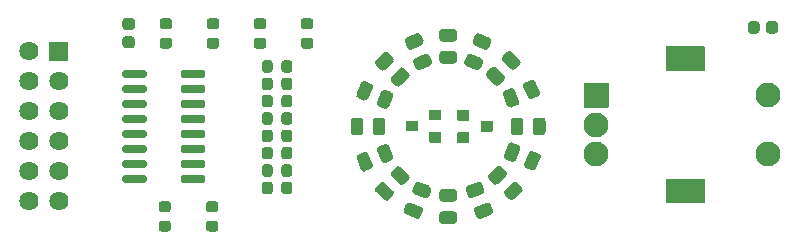
<source format=gts>
G04 #@! TF.GenerationSoftware,KiCad,Pcbnew,(5.1.9-0-10_14)*
G04 #@! TF.CreationDate,2021-05-04T13:02:15-03:00*
G04 #@! TF.ProjectId,RingPush-PMOD,52696e67-5075-4736-982d-504d4f442e6b,rev?*
G04 #@! TF.SameCoordinates,Original*
G04 #@! TF.FileFunction,Soldermask,Top*
G04 #@! TF.FilePolarity,Negative*
%FSLAX46Y46*%
G04 Gerber Fmt 4.6, Leading zero omitted, Abs format (unit mm)*
G04 Created by KiCad (PCBNEW (5.1.9-0-10_14)) date 2021-05-04 13:02:15*
%MOMM*%
%LPD*%
G01*
G04 APERTURE LIST*
%ADD10C,2.101600*%
%ADD11C,1.625600*%
%ADD12C,0.100000*%
G04 APERTURE END LIST*
G36*
G01*
X68601700Y-102501000D02*
X68601700Y-100501000D01*
G75*
G02*
X68652500Y-100450200I50800J0D01*
G01*
X70652500Y-100450200D01*
G75*
G02*
X70703300Y-100501000I0J-50800D01*
G01*
X70703300Y-102501000D01*
G75*
G02*
X70652500Y-102551800I-50800J0D01*
G01*
X68652500Y-102551800D01*
G75*
G02*
X68601700Y-102501000I0J50800D01*
G01*
G37*
D10*
X69652500Y-104001000D03*
X69652500Y-106501000D03*
G36*
G01*
X75501700Y-99401000D02*
X75501700Y-97401000D01*
G75*
G02*
X75552500Y-97350200I50800J0D01*
G01*
X78752500Y-97350200D01*
G75*
G02*
X78803300Y-97401000I0J-50800D01*
G01*
X78803300Y-99401000D01*
G75*
G02*
X78752500Y-99451800I-50800J0D01*
G01*
X75552500Y-99451800D01*
G75*
G02*
X75501700Y-99401000I0J50800D01*
G01*
G37*
G36*
G01*
X75501700Y-110601000D02*
X75501700Y-108601000D01*
G75*
G02*
X75552500Y-108550200I50800J0D01*
G01*
X78752500Y-108550200D01*
G75*
G02*
X78803300Y-108601000I0J-50800D01*
G01*
X78803300Y-110601000D01*
G75*
G02*
X78752500Y-110651800I-50800J0D01*
G01*
X75552500Y-110651800D01*
G75*
G02*
X75501700Y-110601000I0J50800D01*
G01*
G37*
X84152500Y-101501000D03*
X84152500Y-106501000D03*
G36*
G01*
X40863850Y-96640200D02*
X41464650Y-96640200D01*
G75*
G02*
X41690050Y-96865600I0J-225400D01*
G01*
X41690050Y-97316400D01*
G75*
G02*
X41464650Y-97541800I-225400J0D01*
G01*
X40863850Y-97541800D01*
G75*
G02*
X40638450Y-97316400I0J225400D01*
G01*
X40638450Y-96865600D01*
G75*
G02*
X40863850Y-96640200I225400J0D01*
G01*
G37*
G36*
G01*
X40863850Y-94990200D02*
X41464650Y-94990200D01*
G75*
G02*
X41690050Y-95215600I0J-225400D01*
G01*
X41690050Y-95666400D01*
G75*
G02*
X41464650Y-95891800I-225400J0D01*
G01*
X40863850Y-95891800D01*
G75*
G02*
X40638450Y-95666400I0J225400D01*
G01*
X40638450Y-95215600D01*
G75*
G02*
X40863850Y-94990200I225400J0D01*
G01*
G37*
G36*
G01*
X31570800Y-108409600D02*
X31570800Y-108760400D01*
G75*
G02*
X31395400Y-108935800I-175400J0D01*
G01*
X29694600Y-108935800D01*
G75*
G02*
X29519200Y-108760400I0J175400D01*
G01*
X29519200Y-108409600D01*
G75*
G02*
X29694600Y-108234200I175400J0D01*
G01*
X31395400Y-108234200D01*
G75*
G02*
X31570800Y-108409600I0J-175400D01*
G01*
G37*
G36*
G01*
X31570800Y-107139600D02*
X31570800Y-107490400D01*
G75*
G02*
X31395400Y-107665800I-175400J0D01*
G01*
X29694600Y-107665800D01*
G75*
G02*
X29519200Y-107490400I0J175400D01*
G01*
X29519200Y-107139600D01*
G75*
G02*
X29694600Y-106964200I175400J0D01*
G01*
X31395400Y-106964200D01*
G75*
G02*
X31570800Y-107139600I0J-175400D01*
G01*
G37*
G36*
G01*
X31570800Y-105869600D02*
X31570800Y-106220400D01*
G75*
G02*
X31395400Y-106395800I-175400J0D01*
G01*
X29694600Y-106395800D01*
G75*
G02*
X29519200Y-106220400I0J175400D01*
G01*
X29519200Y-105869600D01*
G75*
G02*
X29694600Y-105694200I175400J0D01*
G01*
X31395400Y-105694200D01*
G75*
G02*
X31570800Y-105869600I0J-175400D01*
G01*
G37*
G36*
G01*
X31570800Y-104599600D02*
X31570800Y-104950400D01*
G75*
G02*
X31395400Y-105125800I-175400J0D01*
G01*
X29694600Y-105125800D01*
G75*
G02*
X29519200Y-104950400I0J175400D01*
G01*
X29519200Y-104599600D01*
G75*
G02*
X29694600Y-104424200I175400J0D01*
G01*
X31395400Y-104424200D01*
G75*
G02*
X31570800Y-104599600I0J-175400D01*
G01*
G37*
G36*
G01*
X31570800Y-103329600D02*
X31570800Y-103680400D01*
G75*
G02*
X31395400Y-103855800I-175400J0D01*
G01*
X29694600Y-103855800D01*
G75*
G02*
X29519200Y-103680400I0J175400D01*
G01*
X29519200Y-103329600D01*
G75*
G02*
X29694600Y-103154200I175400J0D01*
G01*
X31395400Y-103154200D01*
G75*
G02*
X31570800Y-103329600I0J-175400D01*
G01*
G37*
G36*
G01*
X31570800Y-102059600D02*
X31570800Y-102410400D01*
G75*
G02*
X31395400Y-102585800I-175400J0D01*
G01*
X29694600Y-102585800D01*
G75*
G02*
X29519200Y-102410400I0J175400D01*
G01*
X29519200Y-102059600D01*
G75*
G02*
X29694600Y-101884200I175400J0D01*
G01*
X31395400Y-101884200D01*
G75*
G02*
X31570800Y-102059600I0J-175400D01*
G01*
G37*
G36*
G01*
X31570800Y-100789600D02*
X31570800Y-101140400D01*
G75*
G02*
X31395400Y-101315800I-175400J0D01*
G01*
X29694600Y-101315800D01*
G75*
G02*
X29519200Y-101140400I0J175400D01*
G01*
X29519200Y-100789600D01*
G75*
G02*
X29694600Y-100614200I175400J0D01*
G01*
X31395400Y-100614200D01*
G75*
G02*
X31570800Y-100789600I0J-175400D01*
G01*
G37*
G36*
G01*
X31570800Y-99519600D02*
X31570800Y-99870400D01*
G75*
G02*
X31395400Y-100045800I-175400J0D01*
G01*
X29694600Y-100045800D01*
G75*
G02*
X29519200Y-99870400I0J175400D01*
G01*
X29519200Y-99519600D01*
G75*
G02*
X29694600Y-99344200I175400J0D01*
G01*
X31395400Y-99344200D01*
G75*
G02*
X31570800Y-99519600I0J-175400D01*
G01*
G37*
G36*
G01*
X36520800Y-99519600D02*
X36520800Y-99870400D01*
G75*
G02*
X36345400Y-100045800I-175400J0D01*
G01*
X34644600Y-100045800D01*
G75*
G02*
X34469200Y-99870400I0J175400D01*
G01*
X34469200Y-99519600D01*
G75*
G02*
X34644600Y-99344200I175400J0D01*
G01*
X36345400Y-99344200D01*
G75*
G02*
X36520800Y-99519600I0J-175400D01*
G01*
G37*
G36*
G01*
X36520800Y-100789600D02*
X36520800Y-101140400D01*
G75*
G02*
X36345400Y-101315800I-175400J0D01*
G01*
X34644600Y-101315800D01*
G75*
G02*
X34469200Y-101140400I0J175400D01*
G01*
X34469200Y-100789600D01*
G75*
G02*
X34644600Y-100614200I175400J0D01*
G01*
X36345400Y-100614200D01*
G75*
G02*
X36520800Y-100789600I0J-175400D01*
G01*
G37*
G36*
G01*
X36520800Y-102059600D02*
X36520800Y-102410400D01*
G75*
G02*
X36345400Y-102585800I-175400J0D01*
G01*
X34644600Y-102585800D01*
G75*
G02*
X34469200Y-102410400I0J175400D01*
G01*
X34469200Y-102059600D01*
G75*
G02*
X34644600Y-101884200I175400J0D01*
G01*
X36345400Y-101884200D01*
G75*
G02*
X36520800Y-102059600I0J-175400D01*
G01*
G37*
G36*
G01*
X36520800Y-103329600D02*
X36520800Y-103680400D01*
G75*
G02*
X36345400Y-103855800I-175400J0D01*
G01*
X34644600Y-103855800D01*
G75*
G02*
X34469200Y-103680400I0J175400D01*
G01*
X34469200Y-103329600D01*
G75*
G02*
X34644600Y-103154200I175400J0D01*
G01*
X36345400Y-103154200D01*
G75*
G02*
X36520800Y-103329600I0J-175400D01*
G01*
G37*
G36*
G01*
X36520800Y-104599600D02*
X36520800Y-104950400D01*
G75*
G02*
X36345400Y-105125800I-175400J0D01*
G01*
X34644600Y-105125800D01*
G75*
G02*
X34469200Y-104950400I0J175400D01*
G01*
X34469200Y-104599600D01*
G75*
G02*
X34644600Y-104424200I175400J0D01*
G01*
X36345400Y-104424200D01*
G75*
G02*
X36520800Y-104599600I0J-175400D01*
G01*
G37*
G36*
G01*
X36520800Y-105869600D02*
X36520800Y-106220400D01*
G75*
G02*
X36345400Y-106395800I-175400J0D01*
G01*
X34644600Y-106395800D01*
G75*
G02*
X34469200Y-106220400I0J175400D01*
G01*
X34469200Y-105869600D01*
G75*
G02*
X34644600Y-105694200I175400J0D01*
G01*
X36345400Y-105694200D01*
G75*
G02*
X36520800Y-105869600I0J-175400D01*
G01*
G37*
G36*
G01*
X36520800Y-107139600D02*
X36520800Y-107490400D01*
G75*
G02*
X36345400Y-107665800I-175400J0D01*
G01*
X34644600Y-107665800D01*
G75*
G02*
X34469200Y-107490400I0J175400D01*
G01*
X34469200Y-107139600D01*
G75*
G02*
X34644600Y-106964200I175400J0D01*
G01*
X36345400Y-106964200D01*
G75*
G02*
X36520800Y-107139600I0J-175400D01*
G01*
G37*
G36*
G01*
X36520800Y-108409600D02*
X36520800Y-108760400D01*
G75*
G02*
X36345400Y-108935800I-175400J0D01*
G01*
X34644600Y-108935800D01*
G75*
G02*
X34469200Y-108760400I0J175400D01*
G01*
X34469200Y-108409600D01*
G75*
G02*
X34644600Y-108234200I175400J0D01*
G01*
X36345400Y-108234200D01*
G75*
G02*
X36520800Y-108409600I0J-175400D01*
G01*
G37*
D11*
X21590000Y-110490000D03*
X24130000Y-110490000D03*
X21590000Y-107950000D03*
X24130000Y-107950000D03*
X21590000Y-105410000D03*
X24130000Y-105410000D03*
X21590000Y-102870000D03*
X24130000Y-102870000D03*
X21590000Y-100330000D03*
X24130000Y-100330000D03*
X21590000Y-97790000D03*
G36*
G01*
X23317200Y-98552000D02*
X23317200Y-97028000D01*
G75*
G02*
X23368000Y-96977200I50800J0D01*
G01*
X24892000Y-96977200D01*
G75*
G02*
X24942800Y-97028000I0J-50800D01*
G01*
X24942800Y-98552000D01*
G75*
G02*
X24892000Y-98602800I-50800J0D01*
G01*
X23368000Y-98602800D01*
G75*
G02*
X23317200Y-98552000I0J50800D01*
G01*
G37*
G36*
G01*
X52417888Y-98663232D02*
X51736732Y-99344388D01*
G75*
G02*
X51356096Y-99344388I-190318J190318D01*
G01*
X50975460Y-98963752D01*
G75*
G02*
X50975460Y-98583116I190318J190318D01*
G01*
X51656616Y-97901960D01*
G75*
G02*
X52037252Y-97901960I190318J-190318D01*
G01*
X52417888Y-98282596D01*
G75*
G02*
X52417888Y-98663232I-190318J-190318D01*
G01*
G37*
G36*
G01*
X53743714Y-99989058D02*
X53062558Y-100670214D01*
G75*
G02*
X52681922Y-100670214I-190318J190318D01*
G01*
X52301286Y-100289578D01*
G75*
G02*
X52301286Y-99908942I190318J190318D01*
G01*
X52982442Y-99227786D01*
G75*
G02*
X53363078Y-99227786I190318J-190318D01*
G01*
X53743714Y-99608422D01*
G75*
G02*
X53743714Y-99989058I-190318J-190318D01*
G01*
G37*
G36*
G01*
X49907800Y-103658350D02*
X49907800Y-104621650D01*
G75*
G02*
X49638650Y-104890800I-269150J0D01*
G01*
X49100350Y-104890800D01*
G75*
G02*
X48831200Y-104621650I0J269150D01*
G01*
X48831200Y-103658350D01*
G75*
G02*
X49100350Y-103389200I269150J0D01*
G01*
X49638650Y-103389200D01*
G75*
G02*
X49907800Y-103658350I0J-269150D01*
G01*
G37*
G36*
G01*
X51782800Y-103658350D02*
X51782800Y-104621650D01*
G75*
G02*
X51513650Y-104890800I-269150J0D01*
G01*
X50975350Y-104890800D01*
G75*
G02*
X50706200Y-104621650I0J269150D01*
G01*
X50706200Y-103658350D01*
G75*
G02*
X50975350Y-103389200I269150J0D01*
G01*
X51513650Y-103389200D01*
G75*
G02*
X51782800Y-103658350I0J-269150D01*
G01*
G37*
G36*
G01*
X52434144Y-101615012D02*
X52065505Y-102504985D01*
G75*
G02*
X51713844Y-102650648I-248662J102999D01*
G01*
X51216519Y-102444649D01*
G75*
G02*
X51070856Y-102092988I102999J248662D01*
G01*
X51439495Y-101203015D01*
G75*
G02*
X51791156Y-101057352I248662J-102999D01*
G01*
X52288481Y-101263351D01*
G75*
G02*
X52434144Y-101615012I-102999J-248662D01*
G01*
G37*
G36*
G01*
X50701870Y-100897480D02*
X50333231Y-101787453D01*
G75*
G02*
X49981570Y-101933116I-248662J102999D01*
G01*
X49484245Y-101727117D01*
G75*
G02*
X49338582Y-101375456I102999J248662D01*
G01*
X49707221Y-100485483D01*
G75*
G02*
X50058882Y-100339820I248662J-102999D01*
G01*
X50556207Y-100545819D01*
G75*
G02*
X50701870Y-100897480I-102999J-248662D01*
G01*
G37*
G36*
G01*
X55578485Y-98992005D02*
X54688512Y-99360644D01*
G75*
G02*
X54336851Y-99214981I-102999J248662D01*
G01*
X54130852Y-98717656D01*
G75*
G02*
X54276515Y-98365995I248662J102999D01*
G01*
X55166488Y-97997356D01*
G75*
G02*
X55518149Y-98143019I102999J-248662D01*
G01*
X55724148Y-98640344D01*
G75*
G02*
X55578485Y-98992005I-248662J-102999D01*
G01*
G37*
G36*
G01*
X54860953Y-97259731D02*
X53970980Y-97628370D01*
G75*
G02*
X53619319Y-97482707I-102999J248662D01*
G01*
X53413320Y-96985382D01*
G75*
G02*
X53558983Y-96633721I248662J102999D01*
G01*
X54448956Y-96265082D01*
G75*
G02*
X54800617Y-96410745I102999J-248662D01*
G01*
X55006616Y-96908070D01*
G75*
G02*
X54860953Y-97259731I-248662J-102999D01*
G01*
G37*
G36*
G01*
X57568150Y-96961300D02*
X56604850Y-96961300D01*
G75*
G02*
X56335700Y-96692150I0J269150D01*
G01*
X56335700Y-96153850D01*
G75*
G02*
X56604850Y-95884700I269150J0D01*
G01*
X57568150Y-95884700D01*
G75*
G02*
X57837300Y-96153850I0J-269150D01*
G01*
X57837300Y-96692150D01*
G75*
G02*
X57568150Y-96961300I-269150J0D01*
G01*
G37*
G36*
G01*
X57568150Y-98836300D02*
X56604850Y-98836300D01*
G75*
G02*
X56335700Y-98567150I0J269150D01*
G01*
X56335700Y-98028850D01*
G75*
G02*
X56604850Y-97759700I269150J0D01*
G01*
X57568150Y-97759700D01*
G75*
G02*
X57837300Y-98028850I0J-269150D01*
G01*
X57837300Y-98567150D01*
G75*
G02*
X57568150Y-98836300I-269150J0D01*
G01*
G37*
G36*
G01*
X59484488Y-99360644D02*
X58594515Y-98992005D01*
G75*
G02*
X58448852Y-98640344I102999J248662D01*
G01*
X58654851Y-98143019D01*
G75*
G02*
X59006512Y-97997356I248662J-102999D01*
G01*
X59896485Y-98365995D01*
G75*
G02*
X60042148Y-98717656I-102999J-248662D01*
G01*
X59836149Y-99214981D01*
G75*
G02*
X59484488Y-99360644I-248662J102999D01*
G01*
G37*
G36*
G01*
X60202020Y-97628370D02*
X59312047Y-97259731D01*
G75*
G02*
X59166384Y-96908070I102999J248662D01*
G01*
X59372383Y-96410745D01*
G75*
G02*
X59724044Y-96265082I248662J-102999D01*
G01*
X60614017Y-96633721D01*
G75*
G02*
X60759680Y-96985382I-102999J-248662D01*
G01*
X60553681Y-97482707D01*
G75*
G02*
X60202020Y-97628370I-248662J102999D01*
G01*
G37*
G36*
G01*
X62380442Y-99273214D02*
X61699286Y-98592058D01*
G75*
G02*
X61699286Y-98211422I190318J190318D01*
G01*
X62079922Y-97830786D01*
G75*
G02*
X62460558Y-97830786I190318J-190318D01*
G01*
X63141714Y-98511942D01*
G75*
G02*
X63141714Y-98892578I-190318J-190318D01*
G01*
X62761078Y-99273214D01*
G75*
G02*
X62380442Y-99273214I-190318J190318D01*
G01*
G37*
G36*
G01*
X61054616Y-100599040D02*
X60373460Y-99917884D01*
G75*
G02*
X60373460Y-99537248I190318J190318D01*
G01*
X60754096Y-99156612D01*
G75*
G02*
X61134732Y-99156612I190318J-190318D01*
G01*
X61815888Y-99837768D01*
G75*
G02*
X61815888Y-100218404I-190318J-190318D01*
G01*
X61435252Y-100599040D01*
G75*
G02*
X61054616Y-100599040I-190318J190318D01*
G01*
G37*
G36*
G01*
X62107495Y-102377985D02*
X61738856Y-101488012D01*
G75*
G02*
X61884519Y-101136351I248662J102999D01*
G01*
X62381844Y-100930352D01*
G75*
G02*
X62733505Y-101076015I102999J-248662D01*
G01*
X63102144Y-101965988D01*
G75*
G02*
X62956481Y-102317649I-248662J-102999D01*
G01*
X62459156Y-102523648D01*
G75*
G02*
X62107495Y-102377985I-102999J248662D01*
G01*
G37*
G36*
G01*
X63839769Y-101660453D02*
X63471130Y-100770480D01*
G75*
G02*
X63616793Y-100418819I248662J102999D01*
G01*
X64114118Y-100212820D01*
G75*
G02*
X64465779Y-100358483I102999J-248662D01*
G01*
X64834418Y-101248456D01*
G75*
G02*
X64688755Y-101600117I-248662J-102999D01*
G01*
X64191430Y-101806116D01*
G75*
G02*
X63839769Y-101660453I-102999J248662D01*
G01*
G37*
G36*
G01*
X43884800Y-109046597D02*
X43884800Y-109647397D01*
G75*
G02*
X43659400Y-109872797I-225400J0D01*
G01*
X43208600Y-109872797D01*
G75*
G02*
X42983200Y-109647397I0J225400D01*
G01*
X42983200Y-109046597D01*
G75*
G02*
X43208600Y-108821197I225400J0D01*
G01*
X43659400Y-108821197D01*
G75*
G02*
X43884800Y-109046597I0J-225400D01*
G01*
G37*
G36*
G01*
X42234800Y-109046597D02*
X42234800Y-109647397D01*
G75*
G02*
X42009400Y-109872797I-225400J0D01*
G01*
X41558600Y-109872797D01*
G75*
G02*
X41333200Y-109647397I0J225400D01*
G01*
X41333200Y-109046597D01*
G75*
G02*
X41558600Y-108821197I225400J0D01*
G01*
X42009400Y-108821197D01*
G75*
G02*
X42234800Y-109046597I0J-225400D01*
G01*
G37*
G36*
G01*
X43884800Y-107577026D02*
X43884800Y-108177826D01*
G75*
G02*
X43659400Y-108403226I-225400J0D01*
G01*
X43208600Y-108403226D01*
G75*
G02*
X42983200Y-108177826I0J225400D01*
G01*
X42983200Y-107577026D01*
G75*
G02*
X43208600Y-107351626I225400J0D01*
G01*
X43659400Y-107351626D01*
G75*
G02*
X43884800Y-107577026I0J-225400D01*
G01*
G37*
G36*
G01*
X42234800Y-107577026D02*
X42234800Y-108177826D01*
G75*
G02*
X42009400Y-108403226I-225400J0D01*
G01*
X41558600Y-108403226D01*
G75*
G02*
X41333200Y-108177826I0J225400D01*
G01*
X41333200Y-107577026D01*
G75*
G02*
X41558600Y-107351626I225400J0D01*
G01*
X42009400Y-107351626D01*
G75*
G02*
X42234800Y-107577026I0J-225400D01*
G01*
G37*
G36*
G01*
X42234800Y-106107455D02*
X42234800Y-106708255D01*
G75*
G02*
X42009400Y-106933655I-225400J0D01*
G01*
X41558600Y-106933655D01*
G75*
G02*
X41333200Y-106708255I0J225400D01*
G01*
X41333200Y-106107455D01*
G75*
G02*
X41558600Y-105882055I225400J0D01*
G01*
X42009400Y-105882055D01*
G75*
G02*
X42234800Y-106107455I0J-225400D01*
G01*
G37*
G36*
G01*
X43884800Y-106107455D02*
X43884800Y-106708255D01*
G75*
G02*
X43659400Y-106933655I-225400J0D01*
G01*
X43208600Y-106933655D01*
G75*
G02*
X42983200Y-106708255I0J225400D01*
G01*
X42983200Y-106107455D01*
G75*
G02*
X43208600Y-105882055I225400J0D01*
G01*
X43659400Y-105882055D01*
G75*
G02*
X43884800Y-106107455I0J-225400D01*
G01*
G37*
G36*
G01*
X43884800Y-104637884D02*
X43884800Y-105238684D01*
G75*
G02*
X43659400Y-105464084I-225400J0D01*
G01*
X43208600Y-105464084D01*
G75*
G02*
X42983200Y-105238684I0J225400D01*
G01*
X42983200Y-104637884D01*
G75*
G02*
X43208600Y-104412484I225400J0D01*
G01*
X43659400Y-104412484D01*
G75*
G02*
X43884800Y-104637884I0J-225400D01*
G01*
G37*
G36*
G01*
X42234800Y-104637884D02*
X42234800Y-105238684D01*
G75*
G02*
X42009400Y-105464084I-225400J0D01*
G01*
X41558600Y-105464084D01*
G75*
G02*
X41333200Y-105238684I0J225400D01*
G01*
X41333200Y-104637884D01*
G75*
G02*
X41558600Y-104412484I225400J0D01*
G01*
X42009400Y-104412484D01*
G75*
G02*
X42234800Y-104637884I0J-225400D01*
G01*
G37*
G36*
G01*
X42234800Y-103168313D02*
X42234800Y-103769113D01*
G75*
G02*
X42009400Y-103994513I-225400J0D01*
G01*
X41558600Y-103994513D01*
G75*
G02*
X41333200Y-103769113I0J225400D01*
G01*
X41333200Y-103168313D01*
G75*
G02*
X41558600Y-102942913I225400J0D01*
G01*
X42009400Y-102942913D01*
G75*
G02*
X42234800Y-103168313I0J-225400D01*
G01*
G37*
G36*
G01*
X43884800Y-103168313D02*
X43884800Y-103769113D01*
G75*
G02*
X43659400Y-103994513I-225400J0D01*
G01*
X43208600Y-103994513D01*
G75*
G02*
X42983200Y-103769113I0J225400D01*
G01*
X42983200Y-103168313D01*
G75*
G02*
X43208600Y-102942913I225400J0D01*
G01*
X43659400Y-102942913D01*
G75*
G02*
X43884800Y-103168313I0J-225400D01*
G01*
G37*
G36*
G01*
X43884800Y-101698742D02*
X43884800Y-102299542D01*
G75*
G02*
X43659400Y-102524942I-225400J0D01*
G01*
X43208600Y-102524942D01*
G75*
G02*
X42983200Y-102299542I0J225400D01*
G01*
X42983200Y-101698742D01*
G75*
G02*
X43208600Y-101473342I225400J0D01*
G01*
X43659400Y-101473342D01*
G75*
G02*
X43884800Y-101698742I0J-225400D01*
G01*
G37*
G36*
G01*
X42234800Y-101698742D02*
X42234800Y-102299542D01*
G75*
G02*
X42009400Y-102524942I-225400J0D01*
G01*
X41558600Y-102524942D01*
G75*
G02*
X41333200Y-102299542I0J225400D01*
G01*
X41333200Y-101698742D01*
G75*
G02*
X41558600Y-101473342I225400J0D01*
G01*
X42009400Y-101473342D01*
G75*
G02*
X42234800Y-101698742I0J-225400D01*
G01*
G37*
G36*
G01*
X42234800Y-100229171D02*
X42234800Y-100829971D01*
G75*
G02*
X42009400Y-101055371I-225400J0D01*
G01*
X41558600Y-101055371D01*
G75*
G02*
X41333200Y-100829971I0J225400D01*
G01*
X41333200Y-100229171D01*
G75*
G02*
X41558600Y-100003771I225400J0D01*
G01*
X42009400Y-100003771D01*
G75*
G02*
X42234800Y-100229171I0J-225400D01*
G01*
G37*
G36*
G01*
X43884800Y-100229171D02*
X43884800Y-100829971D01*
G75*
G02*
X43659400Y-101055371I-225400J0D01*
G01*
X43208600Y-101055371D01*
G75*
G02*
X42983200Y-100829971I0J225400D01*
G01*
X42983200Y-100229171D01*
G75*
G02*
X43208600Y-100003771I225400J0D01*
G01*
X43659400Y-100003771D01*
G75*
G02*
X43884800Y-100229171I0J-225400D01*
G01*
G37*
G36*
G01*
X42234800Y-98759600D02*
X42234800Y-99360400D01*
G75*
G02*
X42009400Y-99585800I-225400J0D01*
G01*
X41558600Y-99585800D01*
G75*
G02*
X41333200Y-99360400I0J225400D01*
G01*
X41333200Y-98759600D01*
G75*
G02*
X41558600Y-98534200I225400J0D01*
G01*
X42009400Y-98534200D01*
G75*
G02*
X42234800Y-98759600I0J-225400D01*
G01*
G37*
G36*
G01*
X43884800Y-98759600D02*
X43884800Y-99360400D01*
G75*
G02*
X43659400Y-99585800I-225400J0D01*
G01*
X43208600Y-99585800D01*
G75*
G02*
X42983200Y-99360400I0J225400D01*
G01*
X42983200Y-98759600D01*
G75*
G02*
X43208600Y-98534200I225400J0D01*
G01*
X43659400Y-98534200D01*
G75*
G02*
X43884800Y-98759600I0J-225400D01*
G01*
G37*
G36*
G01*
X32894350Y-94990200D02*
X33495150Y-94990200D01*
G75*
G02*
X33720550Y-95215600I0J-225400D01*
G01*
X33720550Y-95666400D01*
G75*
G02*
X33495150Y-95891800I-225400J0D01*
G01*
X32894350Y-95891800D01*
G75*
G02*
X32668950Y-95666400I0J225400D01*
G01*
X32668950Y-95215600D01*
G75*
G02*
X32894350Y-94990200I225400J0D01*
G01*
G37*
G36*
G01*
X32894350Y-96640200D02*
X33495150Y-96640200D01*
G75*
G02*
X33720550Y-96865600I0J-225400D01*
G01*
X33720550Y-97316400D01*
G75*
G02*
X33495150Y-97541800I-225400J0D01*
G01*
X32894350Y-97541800D01*
G75*
G02*
X32668950Y-97316400I0J225400D01*
G01*
X32668950Y-96865600D01*
G75*
G02*
X32894350Y-96640200I225400J0D01*
G01*
G37*
G36*
G01*
X45449400Y-97541800D02*
X44848600Y-97541800D01*
G75*
G02*
X44623200Y-97316400I0J225400D01*
G01*
X44623200Y-96865600D01*
G75*
G02*
X44848600Y-96640200I225400J0D01*
G01*
X45449400Y-96640200D01*
G75*
G02*
X45674800Y-96865600I0J-225400D01*
G01*
X45674800Y-97316400D01*
G75*
G02*
X45449400Y-97541800I-225400J0D01*
G01*
G37*
G36*
G01*
X45449400Y-95891800D02*
X44848600Y-95891800D01*
G75*
G02*
X44623200Y-95666400I0J225400D01*
G01*
X44623200Y-95215600D01*
G75*
G02*
X44848600Y-94990200I225400J0D01*
G01*
X45449400Y-94990200D01*
G75*
G02*
X45674800Y-95215600I0J-225400D01*
G01*
X45674800Y-95666400D01*
G75*
G02*
X45449400Y-95891800I-225400J0D01*
G01*
G37*
G36*
G01*
X33396600Y-111385800D02*
X32795800Y-111385800D01*
G75*
G02*
X32570400Y-111160400I0J225400D01*
G01*
X32570400Y-110709600D01*
G75*
G02*
X32795800Y-110484200I225400J0D01*
G01*
X33396600Y-110484200D01*
G75*
G02*
X33622000Y-110709600I0J-225400D01*
G01*
X33622000Y-111160400D01*
G75*
G02*
X33396600Y-111385800I-225400J0D01*
G01*
G37*
G36*
G01*
X33396600Y-113035800D02*
X32795800Y-113035800D01*
G75*
G02*
X32570400Y-112810400I0J225400D01*
G01*
X32570400Y-112359600D01*
G75*
G02*
X32795800Y-112134200I225400J0D01*
G01*
X33396600Y-112134200D01*
G75*
G02*
X33622000Y-112359600I0J-225400D01*
G01*
X33622000Y-112810400D01*
G75*
G02*
X33396600Y-113035800I-225400J0D01*
G01*
G37*
G36*
G01*
X37409800Y-113035800D02*
X36809000Y-113035800D01*
G75*
G02*
X36583600Y-112810400I0J225400D01*
G01*
X36583600Y-112359600D01*
G75*
G02*
X36809000Y-112134200I225400J0D01*
G01*
X37409800Y-112134200D01*
G75*
G02*
X37635200Y-112359600I0J-225400D01*
G01*
X37635200Y-112810400D01*
G75*
G02*
X37409800Y-113035800I-225400J0D01*
G01*
G37*
G36*
G01*
X37409800Y-111385800D02*
X36809000Y-111385800D01*
G75*
G02*
X36583600Y-111160400I0J225400D01*
G01*
X36583600Y-110709600D01*
G75*
G02*
X36809000Y-110484200I225400J0D01*
G01*
X37409800Y-110484200D01*
G75*
G02*
X37635200Y-110709600I0J-225400D01*
G01*
X37635200Y-111160400D01*
G75*
G02*
X37409800Y-111385800I-225400J0D01*
G01*
G37*
G36*
G01*
X37479900Y-97541800D02*
X36879100Y-97541800D01*
G75*
G02*
X36653700Y-97316400I0J225400D01*
G01*
X36653700Y-96865600D01*
G75*
G02*
X36879100Y-96640200I225400J0D01*
G01*
X37479900Y-96640200D01*
G75*
G02*
X37705300Y-96865600I0J-225400D01*
G01*
X37705300Y-97316400D01*
G75*
G02*
X37479900Y-97541800I-225400J0D01*
G01*
G37*
G36*
G01*
X37479900Y-95891800D02*
X36879100Y-95891800D01*
G75*
G02*
X36653700Y-95666400I0J225400D01*
G01*
X36653700Y-95215600D01*
G75*
G02*
X36879100Y-94990200I225400J0D01*
G01*
X37479900Y-94990200D01*
G75*
G02*
X37705300Y-95215600I0J-225400D01*
G01*
X37705300Y-95666400D01*
G75*
G02*
X37479900Y-95891800I-225400J0D01*
G01*
G37*
G36*
G01*
X30315400Y-95965800D02*
X29764600Y-95965800D01*
G75*
G02*
X29514200Y-95715400I0J250400D01*
G01*
X29514200Y-95214600D01*
G75*
G02*
X29764600Y-94964200I250400J0D01*
G01*
X30315400Y-94964200D01*
G75*
G02*
X30565800Y-95214600I0J-250400D01*
G01*
X30565800Y-95715400D01*
G75*
G02*
X30315400Y-95965800I-250400J0D01*
G01*
G37*
G36*
G01*
X30315400Y-97515800D02*
X29764600Y-97515800D01*
G75*
G02*
X29514200Y-97265400I0J250400D01*
G01*
X29514200Y-96764600D01*
G75*
G02*
X29764600Y-96514200I250400J0D01*
G01*
X30315400Y-96514200D01*
G75*
G02*
X30565800Y-96764600I0J-250400D01*
G01*
X30565800Y-97265400D01*
G75*
G02*
X30315400Y-97515800I-250400J0D01*
G01*
G37*
G36*
G01*
X64265200Y-104621650D02*
X64265200Y-103658350D01*
G75*
G02*
X64534350Y-103389200I269150J0D01*
G01*
X65072650Y-103389200D01*
G75*
G02*
X65341800Y-103658350I0J-269150D01*
G01*
X65341800Y-104621650D01*
G75*
G02*
X65072650Y-104890800I-269150J0D01*
G01*
X64534350Y-104890800D01*
G75*
G02*
X64265200Y-104621650I0J269150D01*
G01*
G37*
G36*
G01*
X62390200Y-104621650D02*
X62390200Y-103658350D01*
G75*
G02*
X62659350Y-103389200I269150J0D01*
G01*
X63197650Y-103389200D01*
G75*
G02*
X63466800Y-103658350I0J-269150D01*
G01*
X63466800Y-104621650D01*
G75*
G02*
X63197650Y-104890800I-269150J0D01*
G01*
X62659350Y-104890800D01*
G75*
G02*
X62390200Y-104621650I0J269150D01*
G01*
G37*
G36*
G01*
X61825219Y-106560222D02*
X62193858Y-105670249D01*
G75*
G02*
X62545519Y-105524586I248662J-102999D01*
G01*
X63042844Y-105730585D01*
G75*
G02*
X63188507Y-106082246I-102999J-248662D01*
G01*
X62819868Y-106972219D01*
G75*
G02*
X62468207Y-107117882I-248662J102999D01*
G01*
X61970882Y-106911883D01*
G75*
G02*
X61825219Y-106560222I102999J248662D01*
G01*
G37*
G36*
G01*
X63557493Y-107277754D02*
X63926132Y-106387781D01*
G75*
G02*
X64277793Y-106242118I248662J-102999D01*
G01*
X64775118Y-106448117D01*
G75*
G02*
X64920781Y-106799778I-102999J-248662D01*
G01*
X64552142Y-107689751D01*
G75*
G02*
X64200481Y-107835414I-248662J102999D01*
G01*
X63703156Y-107629415D01*
G75*
G02*
X63557493Y-107277754I102999J248662D01*
G01*
G37*
G36*
G01*
X61882112Y-109553268D02*
X62563268Y-108872112D01*
G75*
G02*
X62943904Y-108872112I190318J-190318D01*
G01*
X63324540Y-109252748D01*
G75*
G02*
X63324540Y-109633384I-190318J-190318D01*
G01*
X62643384Y-110314540D01*
G75*
G02*
X62262748Y-110314540I-190318J190318D01*
G01*
X61882112Y-109933904D01*
G75*
G02*
X61882112Y-109553268I190318J190318D01*
G01*
G37*
G36*
G01*
X60556286Y-108227442D02*
X61237442Y-107546286D01*
G75*
G02*
X61618078Y-107546286I190318J-190318D01*
G01*
X61998714Y-107926922D01*
G75*
G02*
X61998714Y-108307558I-190318J-190318D01*
G01*
X61317558Y-108988714D01*
G75*
G02*
X60936922Y-108988714I-190318J190318D01*
G01*
X60556286Y-108608078D01*
G75*
G02*
X60556286Y-108227442I190318J190318D01*
G01*
G37*
G36*
G01*
X58721515Y-109224495D02*
X59611488Y-108855856D01*
G75*
G02*
X59963149Y-109001519I102999J-248662D01*
G01*
X60169148Y-109498844D01*
G75*
G02*
X60023485Y-109850505I-248662J-102999D01*
G01*
X59133512Y-110219144D01*
G75*
G02*
X58781851Y-110073481I-102999J248662D01*
G01*
X58575852Y-109576156D01*
G75*
G02*
X58721515Y-109224495I248662J102999D01*
G01*
G37*
G36*
G01*
X59439047Y-110956769D02*
X60329020Y-110588130D01*
G75*
G02*
X60680681Y-110733793I102999J-248662D01*
G01*
X60886680Y-111231118D01*
G75*
G02*
X60741017Y-111582779I-248662J-102999D01*
G01*
X59851044Y-111951418D01*
G75*
G02*
X59499383Y-111805755I-102999J248662D01*
G01*
X59293384Y-111308430D01*
G75*
G02*
X59439047Y-110956769I248662J102999D01*
G01*
G37*
G36*
G01*
X56604850Y-111318700D02*
X57568150Y-111318700D01*
G75*
G02*
X57837300Y-111587850I0J-269150D01*
G01*
X57837300Y-112126150D01*
G75*
G02*
X57568150Y-112395300I-269150J0D01*
G01*
X56604850Y-112395300D01*
G75*
G02*
X56335700Y-112126150I0J269150D01*
G01*
X56335700Y-111587850D01*
G75*
G02*
X56604850Y-111318700I269150J0D01*
G01*
G37*
G36*
G01*
X56604850Y-109443700D02*
X57568150Y-109443700D01*
G75*
G02*
X57837300Y-109712850I0J-269150D01*
G01*
X57837300Y-110251150D01*
G75*
G02*
X57568150Y-110520300I-269150J0D01*
G01*
X56604850Y-110520300D01*
G75*
G02*
X56335700Y-110251150I0J269150D01*
G01*
X56335700Y-109712850D01*
G75*
G02*
X56604850Y-109443700I269150J0D01*
G01*
G37*
G36*
G01*
X54625012Y-108855856D02*
X55514985Y-109224495D01*
G75*
G02*
X55660648Y-109576156I-102999J-248662D01*
G01*
X55454649Y-110073481D01*
G75*
G02*
X55102988Y-110219144I-248662J102999D01*
G01*
X54213015Y-109850505D01*
G75*
G02*
X54067352Y-109498844I102999J248662D01*
G01*
X54273351Y-109001519D01*
G75*
G02*
X54625012Y-108855856I248662J-102999D01*
G01*
G37*
G36*
G01*
X53907480Y-110588130D02*
X54797453Y-110956769D01*
G75*
G02*
X54943116Y-111308430I-102999J-248662D01*
G01*
X54737117Y-111805755D01*
G75*
G02*
X54385456Y-111951418I-248662J102999D01*
G01*
X53495483Y-111582779D01*
G75*
G02*
X53349820Y-111231118I102999J248662D01*
G01*
X53555819Y-110733793D01*
G75*
G02*
X53907480Y-110588130I248662J-102999D01*
G01*
G37*
G36*
G01*
X51736732Y-108907699D02*
X52417888Y-109588855D01*
G75*
G02*
X52417888Y-109969491I-190318J-190318D01*
G01*
X52037252Y-110350127D01*
G75*
G02*
X51656616Y-110350127I-190318J190318D01*
G01*
X50975460Y-109668971D01*
G75*
G02*
X50975460Y-109288335I190318J190318D01*
G01*
X51356096Y-108907699D01*
G75*
G02*
X51736732Y-108907699I190318J-190318D01*
G01*
G37*
G36*
G01*
X53062558Y-107581873D02*
X53743714Y-108263029D01*
G75*
G02*
X53743714Y-108643665I-190318J-190318D01*
G01*
X53363078Y-109024301D01*
G75*
G02*
X52982442Y-109024301I-190318J190318D01*
G01*
X52301286Y-108343145D01*
G75*
G02*
X52301286Y-107962509I190318J190318D01*
G01*
X52681922Y-107581873D01*
G75*
G02*
X53062558Y-107581873I190318J-190318D01*
G01*
G37*
G36*
G01*
X52065505Y-105775015D02*
X52434144Y-106664988D01*
G75*
G02*
X52288481Y-107016649I-248662J-102999D01*
G01*
X51791156Y-107222648D01*
G75*
G02*
X51439495Y-107076985I-102999J248662D01*
G01*
X51070856Y-106187012D01*
G75*
G02*
X51216519Y-105835351I248662J102999D01*
G01*
X51713844Y-105629352D01*
G75*
G02*
X52065505Y-105775015I102999J-248662D01*
G01*
G37*
G36*
G01*
X50333231Y-106492547D02*
X50701870Y-107382520D01*
G75*
G02*
X50556207Y-107734181I-248662J-102999D01*
G01*
X50058882Y-107940180D01*
G75*
G02*
X49707221Y-107794517I-102999J248662D01*
G01*
X49338582Y-106904544D01*
G75*
G02*
X49484245Y-106552883I248662J102999D01*
G01*
X49981570Y-106346884D01*
G75*
G02*
X50333231Y-106492547I102999J-248662D01*
G01*
G37*
G36*
G01*
X57871700Y-103590000D02*
X57871700Y-102790000D01*
G75*
G02*
X57922500Y-102739200I50800J0D01*
G01*
X58822500Y-102739200D01*
G75*
G02*
X58873300Y-102790000I0J-50800D01*
G01*
X58873300Y-103590000D01*
G75*
G02*
X58822500Y-103640800I-50800J0D01*
G01*
X57922500Y-103640800D01*
G75*
G02*
X57871700Y-103590000I0J50800D01*
G01*
G37*
G36*
G01*
X57871700Y-105490000D02*
X57871700Y-104690000D01*
G75*
G02*
X57922500Y-104639200I50800J0D01*
G01*
X58822500Y-104639200D01*
G75*
G02*
X58873300Y-104690000I0J-50800D01*
G01*
X58873300Y-105490000D01*
G75*
G02*
X58822500Y-105540800I-50800J0D01*
G01*
X57922500Y-105540800D01*
G75*
G02*
X57871700Y-105490000I0J50800D01*
G01*
G37*
G36*
G01*
X59871700Y-104540000D02*
X59871700Y-103740000D01*
G75*
G02*
X59922500Y-103689200I50800J0D01*
G01*
X60822500Y-103689200D01*
G75*
G02*
X60873300Y-103740000I0J-50800D01*
G01*
X60873300Y-104540000D01*
G75*
G02*
X60822500Y-104590800I-50800J0D01*
G01*
X59922500Y-104590800D01*
G75*
G02*
X59871700Y-104540000I0J50800D01*
G01*
G37*
G36*
G01*
X54502301Y-103715001D02*
X54502301Y-104515001D01*
G75*
G02*
X54451501Y-104565801I-50800J0D01*
G01*
X53551501Y-104565801D01*
G75*
G02*
X53500701Y-104515001I0J50800D01*
G01*
X53500701Y-103715001D01*
G75*
G02*
X53551501Y-103664201I50800J0D01*
G01*
X54451501Y-103664201D01*
G75*
G02*
X54502301Y-103715001I0J-50800D01*
G01*
G37*
G36*
G01*
X56502301Y-102765001D02*
X56502301Y-103565001D01*
G75*
G02*
X56451501Y-103615801I-50800J0D01*
G01*
X55551501Y-103615801D01*
G75*
G02*
X55500701Y-103565001I0J50800D01*
G01*
X55500701Y-102765001D01*
G75*
G02*
X55551501Y-102714201I50800J0D01*
G01*
X56451501Y-102714201D01*
G75*
G02*
X56502301Y-102765001I0J-50800D01*
G01*
G37*
G36*
G01*
X56502301Y-104665001D02*
X56502301Y-105465001D01*
G75*
G02*
X56451501Y-105515801I-50800J0D01*
G01*
X55551501Y-105515801D01*
G75*
G02*
X55500701Y-105465001I0J50800D01*
G01*
X55500701Y-104665001D01*
G75*
G02*
X55551501Y-104614201I50800J0D01*
G01*
X56451501Y-104614201D01*
G75*
G02*
X56502301Y-104665001I0J-50800D01*
G01*
G37*
G36*
G01*
X85019300Y-95482600D02*
X85019300Y-96033400D01*
G75*
G02*
X84768900Y-96283800I-250400J0D01*
G01*
X84268100Y-96283800D01*
G75*
G02*
X84017700Y-96033400I0J250400D01*
G01*
X84017700Y-95482600D01*
G75*
G02*
X84268100Y-95232200I250400J0D01*
G01*
X84768900Y-95232200D01*
G75*
G02*
X85019300Y-95482600I0J-250400D01*
G01*
G37*
G36*
G01*
X83469300Y-95482600D02*
X83469300Y-96033400D01*
G75*
G02*
X83218900Y-96283800I-250400J0D01*
G01*
X82718100Y-96283800D01*
G75*
G02*
X82467700Y-96033400I0J250400D01*
G01*
X82467700Y-95482600D01*
G75*
G02*
X82718100Y-95232200I250400J0D01*
G01*
X83218900Y-95232200D01*
G75*
G02*
X83469300Y-95482600I0J-250400D01*
G01*
G37*
D12*
G36*
X51594143Y-108821344D02*
G01*
X51594528Y-108821420D01*
X51640241Y-108835287D01*
X51640603Y-108835437D01*
X51682722Y-108857950D01*
X51683048Y-108858168D01*
X51721906Y-108890057D01*
X51722051Y-108890189D01*
X52435398Y-109603536D01*
X52435530Y-109603681D01*
X52467419Y-109642539D01*
X52467637Y-109642865D01*
X52490150Y-109684984D01*
X52490300Y-109685346D01*
X52504167Y-109731059D01*
X52504243Y-109731444D01*
X52508924Y-109778977D01*
X52508924Y-109779369D01*
X52504243Y-109826902D01*
X52504167Y-109827287D01*
X52490300Y-109873000D01*
X52490150Y-109873362D01*
X52467637Y-109915481D01*
X52467419Y-109915807D01*
X52435530Y-109954665D01*
X52435398Y-109954810D01*
X52022571Y-110367637D01*
X52022426Y-110367769D01*
X51983568Y-110399658D01*
X51983242Y-110399876D01*
X51941123Y-110422389D01*
X51940761Y-110422539D01*
X51895048Y-110436406D01*
X51894663Y-110436482D01*
X51847130Y-110441163D01*
X51846738Y-110441163D01*
X51799205Y-110436482D01*
X51798820Y-110436406D01*
X51753107Y-110422539D01*
X51752745Y-110422389D01*
X51710626Y-110399876D01*
X51710300Y-110399658D01*
X51671442Y-110367769D01*
X51671297Y-110367637D01*
X50957950Y-109654290D01*
X50957818Y-109654145D01*
X50925929Y-109615287D01*
X50925711Y-109614961D01*
X50903198Y-109572842D01*
X50903048Y-109572480D01*
X50889181Y-109526767D01*
X50889105Y-109526382D01*
X50884424Y-109478849D01*
X50884424Y-109478653D01*
X50898637Y-109478653D01*
X50903770Y-109530767D01*
X50918973Y-109580883D01*
X50943659Y-109627069D01*
X50976947Y-109667630D01*
X51657957Y-110348640D01*
X51698518Y-110381928D01*
X51744704Y-110406614D01*
X51794820Y-110421817D01*
X51846934Y-110426950D01*
X51899048Y-110421817D01*
X51949164Y-110406614D01*
X51995350Y-110381928D01*
X52035911Y-110348640D01*
X52416401Y-109968150D01*
X52449689Y-109927589D01*
X52474375Y-109881403D01*
X52489578Y-109831287D01*
X52494711Y-109779173D01*
X52489578Y-109727059D01*
X52474375Y-109676943D01*
X52449689Y-109630757D01*
X52416401Y-109590196D01*
X51735391Y-108909186D01*
X51694830Y-108875898D01*
X51648644Y-108851212D01*
X51598528Y-108836009D01*
X51546414Y-108830876D01*
X51494300Y-108836009D01*
X51444184Y-108851212D01*
X51397998Y-108875898D01*
X51357437Y-108909186D01*
X50976947Y-109289676D01*
X50943659Y-109330237D01*
X50918973Y-109376423D01*
X50903770Y-109426539D01*
X50898637Y-109478653D01*
X50884424Y-109478653D01*
X50884424Y-109478457D01*
X50889105Y-109430924D01*
X50889181Y-109430539D01*
X50903048Y-109384826D01*
X50903198Y-109384464D01*
X50925711Y-109342345D01*
X50925929Y-109342019D01*
X50957818Y-109303161D01*
X50957950Y-109303016D01*
X51370777Y-108890189D01*
X51370922Y-108890057D01*
X51409780Y-108858168D01*
X51410106Y-108857950D01*
X51452225Y-108835437D01*
X51452587Y-108835287D01*
X51498300Y-108821420D01*
X51498685Y-108821344D01*
X51546218Y-108816663D01*
X51546610Y-108816663D01*
X51594143Y-108821344D01*
G37*
G36*
X62801315Y-108785757D02*
G01*
X62801700Y-108785833D01*
X62847413Y-108799700D01*
X62847775Y-108799850D01*
X62889894Y-108822363D01*
X62890220Y-108822581D01*
X62929078Y-108854470D01*
X62929223Y-108854602D01*
X63342050Y-109267429D01*
X63342182Y-109267574D01*
X63374071Y-109306432D01*
X63374289Y-109306758D01*
X63396802Y-109348877D01*
X63396952Y-109349239D01*
X63410819Y-109394952D01*
X63410895Y-109395337D01*
X63415576Y-109442870D01*
X63415576Y-109443262D01*
X63410895Y-109490795D01*
X63410819Y-109491180D01*
X63396952Y-109536893D01*
X63396802Y-109537255D01*
X63374289Y-109579374D01*
X63374071Y-109579700D01*
X63342182Y-109618558D01*
X63342050Y-109618703D01*
X62628703Y-110332050D01*
X62628558Y-110332182D01*
X62589700Y-110364071D01*
X62589374Y-110364289D01*
X62547255Y-110386802D01*
X62546893Y-110386952D01*
X62501180Y-110400819D01*
X62500795Y-110400895D01*
X62453262Y-110405576D01*
X62452870Y-110405576D01*
X62405337Y-110400895D01*
X62404952Y-110400819D01*
X62359239Y-110386952D01*
X62358877Y-110386802D01*
X62316758Y-110364289D01*
X62316432Y-110364071D01*
X62277574Y-110332182D01*
X62277429Y-110332050D01*
X61864602Y-109919223D01*
X61864470Y-109919078D01*
X61832581Y-109880220D01*
X61832363Y-109879894D01*
X61809850Y-109837775D01*
X61809700Y-109837413D01*
X61795833Y-109791700D01*
X61795757Y-109791315D01*
X61791076Y-109743782D01*
X61791076Y-109743586D01*
X61805289Y-109743586D01*
X61810422Y-109795700D01*
X61825625Y-109845816D01*
X61850311Y-109892002D01*
X61883599Y-109932563D01*
X62264089Y-110313053D01*
X62304650Y-110346341D01*
X62350836Y-110371027D01*
X62400952Y-110386230D01*
X62453066Y-110391363D01*
X62505180Y-110386230D01*
X62555296Y-110371027D01*
X62601482Y-110346341D01*
X62642043Y-110313053D01*
X63323053Y-109632043D01*
X63356341Y-109591482D01*
X63381027Y-109545296D01*
X63396230Y-109495180D01*
X63401363Y-109443066D01*
X63396230Y-109390952D01*
X63381027Y-109340836D01*
X63356341Y-109294650D01*
X63323053Y-109254089D01*
X62942563Y-108873599D01*
X62902002Y-108840311D01*
X62855816Y-108815625D01*
X62805700Y-108800422D01*
X62753586Y-108795289D01*
X62701472Y-108800422D01*
X62651356Y-108815625D01*
X62605170Y-108840311D01*
X62564609Y-108873599D01*
X61883599Y-109554609D01*
X61850311Y-109595170D01*
X61825625Y-109641356D01*
X61810422Y-109691472D01*
X61805289Y-109743586D01*
X61791076Y-109743586D01*
X61791076Y-109743390D01*
X61795757Y-109695857D01*
X61795833Y-109695472D01*
X61809700Y-109649759D01*
X61809850Y-109649397D01*
X61832363Y-109607278D01*
X61832581Y-109606952D01*
X61864470Y-109568094D01*
X61864602Y-109567949D01*
X62577949Y-108854602D01*
X62578094Y-108854470D01*
X62616952Y-108822581D01*
X62617278Y-108822363D01*
X62659397Y-108799850D01*
X62659759Y-108799700D01*
X62705472Y-108785833D01*
X62705857Y-108785757D01*
X62753390Y-108781076D01*
X62753782Y-108781076D01*
X62801315Y-108785757D01*
G37*
G36*
X52919969Y-107495518D02*
G01*
X52920354Y-107495594D01*
X52966067Y-107509461D01*
X52966429Y-107509611D01*
X53008548Y-107532124D01*
X53008874Y-107532342D01*
X53047732Y-107564231D01*
X53047877Y-107564363D01*
X53761224Y-108277710D01*
X53761356Y-108277855D01*
X53793245Y-108316713D01*
X53793463Y-108317039D01*
X53815976Y-108359158D01*
X53816126Y-108359520D01*
X53829993Y-108405233D01*
X53830069Y-108405618D01*
X53834750Y-108453151D01*
X53834750Y-108453543D01*
X53830069Y-108501076D01*
X53829993Y-108501461D01*
X53816126Y-108547174D01*
X53815976Y-108547536D01*
X53793463Y-108589655D01*
X53793245Y-108589981D01*
X53761356Y-108628839D01*
X53761224Y-108628984D01*
X53348397Y-109041811D01*
X53348252Y-109041943D01*
X53309394Y-109073832D01*
X53309068Y-109074050D01*
X53266949Y-109096563D01*
X53266587Y-109096713D01*
X53220874Y-109110580D01*
X53220489Y-109110656D01*
X53172956Y-109115337D01*
X53172564Y-109115337D01*
X53125031Y-109110656D01*
X53124646Y-109110580D01*
X53078933Y-109096713D01*
X53078571Y-109096563D01*
X53036452Y-109074050D01*
X53036126Y-109073832D01*
X52997268Y-109041943D01*
X52997123Y-109041811D01*
X52283776Y-108328464D01*
X52283644Y-108328319D01*
X52251755Y-108289461D01*
X52251537Y-108289135D01*
X52229024Y-108247016D01*
X52228874Y-108246654D01*
X52215007Y-108200941D01*
X52214931Y-108200556D01*
X52210250Y-108153023D01*
X52210250Y-108152827D01*
X52224463Y-108152827D01*
X52229596Y-108204941D01*
X52244799Y-108255057D01*
X52269485Y-108301243D01*
X52302773Y-108341804D01*
X52983783Y-109022814D01*
X53024344Y-109056102D01*
X53070530Y-109080788D01*
X53120646Y-109095991D01*
X53172760Y-109101124D01*
X53224874Y-109095991D01*
X53274990Y-109080788D01*
X53321176Y-109056102D01*
X53361737Y-109022814D01*
X53742227Y-108642324D01*
X53775515Y-108601763D01*
X53800201Y-108555577D01*
X53815404Y-108505461D01*
X53820537Y-108453347D01*
X53815404Y-108401233D01*
X53800201Y-108351117D01*
X53775515Y-108304931D01*
X53742227Y-108264370D01*
X53061217Y-107583360D01*
X53020656Y-107550072D01*
X52974470Y-107525386D01*
X52924354Y-107510183D01*
X52872240Y-107505050D01*
X52820126Y-107510183D01*
X52770010Y-107525386D01*
X52723824Y-107550072D01*
X52683263Y-107583360D01*
X52302773Y-107963850D01*
X52269485Y-108004411D01*
X52244799Y-108050597D01*
X52229596Y-108100713D01*
X52224463Y-108152827D01*
X52210250Y-108152827D01*
X52210250Y-108152631D01*
X52214931Y-108105098D01*
X52215007Y-108104713D01*
X52228874Y-108059000D01*
X52229024Y-108058638D01*
X52251537Y-108016519D01*
X52251755Y-108016193D01*
X52283644Y-107977335D01*
X52283776Y-107977190D01*
X52696603Y-107564363D01*
X52696748Y-107564231D01*
X52735606Y-107532342D01*
X52735932Y-107532124D01*
X52778051Y-107509611D01*
X52778413Y-107509461D01*
X52824126Y-107495594D01*
X52824511Y-107495518D01*
X52872044Y-107490837D01*
X52872436Y-107490837D01*
X52919969Y-107495518D01*
G37*
G36*
X61475489Y-107459931D02*
G01*
X61475874Y-107460007D01*
X61521587Y-107473874D01*
X61521949Y-107474024D01*
X61564068Y-107496537D01*
X61564394Y-107496755D01*
X61603252Y-107528644D01*
X61603397Y-107528776D01*
X62016224Y-107941603D01*
X62016356Y-107941748D01*
X62048245Y-107980606D01*
X62048463Y-107980932D01*
X62070976Y-108023051D01*
X62071126Y-108023413D01*
X62084993Y-108069126D01*
X62085069Y-108069511D01*
X62089750Y-108117044D01*
X62089750Y-108117436D01*
X62085069Y-108164969D01*
X62084993Y-108165354D01*
X62071126Y-108211067D01*
X62070976Y-108211429D01*
X62048463Y-108253548D01*
X62048245Y-108253874D01*
X62016356Y-108292732D01*
X62016224Y-108292877D01*
X61302877Y-109006224D01*
X61302732Y-109006356D01*
X61263874Y-109038245D01*
X61263548Y-109038463D01*
X61221429Y-109060976D01*
X61221067Y-109061126D01*
X61175354Y-109074993D01*
X61174969Y-109075069D01*
X61127436Y-109079750D01*
X61127044Y-109079750D01*
X61079511Y-109075069D01*
X61079126Y-109074993D01*
X61033413Y-109061126D01*
X61033051Y-109060976D01*
X60990932Y-109038463D01*
X60990606Y-109038245D01*
X60951748Y-109006356D01*
X60951603Y-109006224D01*
X60538776Y-108593397D01*
X60538644Y-108593252D01*
X60506755Y-108554394D01*
X60506537Y-108554068D01*
X60484024Y-108511949D01*
X60483874Y-108511587D01*
X60470007Y-108465874D01*
X60469931Y-108465489D01*
X60465250Y-108417956D01*
X60465250Y-108417760D01*
X60479463Y-108417760D01*
X60484596Y-108469874D01*
X60499799Y-108519990D01*
X60524485Y-108566176D01*
X60557773Y-108606737D01*
X60938263Y-108987227D01*
X60978824Y-109020515D01*
X61025010Y-109045201D01*
X61075126Y-109060404D01*
X61127240Y-109065537D01*
X61179354Y-109060404D01*
X61229470Y-109045201D01*
X61275656Y-109020515D01*
X61316217Y-108987227D01*
X61997227Y-108306217D01*
X62030515Y-108265656D01*
X62055201Y-108219470D01*
X62070404Y-108169354D01*
X62075537Y-108117240D01*
X62070404Y-108065126D01*
X62055201Y-108015010D01*
X62030515Y-107968824D01*
X61997227Y-107928263D01*
X61616737Y-107547773D01*
X61576176Y-107514485D01*
X61529990Y-107489799D01*
X61479874Y-107474596D01*
X61427760Y-107469463D01*
X61375646Y-107474596D01*
X61325530Y-107489799D01*
X61279344Y-107514485D01*
X61238783Y-107547773D01*
X60557773Y-108228783D01*
X60524485Y-108269344D01*
X60499799Y-108315530D01*
X60484596Y-108365646D01*
X60479463Y-108417760D01*
X60465250Y-108417760D01*
X60465250Y-108417564D01*
X60469931Y-108370031D01*
X60470007Y-108369646D01*
X60483874Y-108323933D01*
X60484024Y-108323571D01*
X60506537Y-108281452D01*
X60506755Y-108281126D01*
X60538644Y-108242268D01*
X60538776Y-108242123D01*
X61252123Y-107528776D01*
X61252268Y-107528644D01*
X61291126Y-107496755D01*
X61291452Y-107496537D01*
X61333571Y-107474024D01*
X61333933Y-107473874D01*
X61379646Y-107460007D01*
X61380031Y-107459931D01*
X61427564Y-107455250D01*
X61427956Y-107455250D01*
X61475489Y-107459931D01*
G37*
G36*
X50703721Y-107381765D02*
G01*
X50712429Y-107402788D01*
X50712495Y-107402972D01*
X50727086Y-107451071D01*
X50727162Y-107451456D01*
X50731843Y-107498989D01*
X50731843Y-107499381D01*
X50727162Y-107546915D01*
X50727086Y-107547300D01*
X50713219Y-107593012D01*
X50713069Y-107593374D01*
X50690556Y-107635494D01*
X50690338Y-107635820D01*
X50660032Y-107672747D01*
X50659755Y-107673024D01*
X50622835Y-107703323D01*
X50622509Y-107703541D01*
X50578187Y-107727232D01*
X50578009Y-107727316D01*
X50038616Y-107950740D01*
X50038432Y-107950806D01*
X49990332Y-107965397D01*
X49989947Y-107965473D01*
X49942414Y-107970154D01*
X49942022Y-107970154D01*
X49894489Y-107965473D01*
X49894104Y-107965397D01*
X49848391Y-107951530D01*
X49848029Y-107951380D01*
X49805907Y-107928865D01*
X49805581Y-107928647D01*
X49768659Y-107898346D01*
X49768382Y-107898069D01*
X49738080Y-107861147D01*
X49737862Y-107860821D01*
X49714171Y-107816497D01*
X49714087Y-107816319D01*
X49705373Y-107795282D01*
X49705634Y-107793299D01*
X49707482Y-107792534D01*
X49708985Y-107793574D01*
X49733764Y-107839934D01*
X49766986Y-107880415D01*
X49807467Y-107913637D01*
X49853653Y-107938323D01*
X49903770Y-107953526D01*
X49955883Y-107958659D01*
X50007997Y-107953526D01*
X50058209Y-107938294D01*
X50555349Y-107732371D01*
X50601624Y-107707638D01*
X50642105Y-107674416D01*
X50675327Y-107633935D01*
X50700013Y-107587749D01*
X50715216Y-107537633D01*
X50720349Y-107485519D01*
X50715216Y-107433405D01*
X50699959Y-107383111D01*
X50700413Y-107381163D01*
X50702327Y-107380582D01*
X50703721Y-107381765D01*
G37*
G36*
X63559077Y-107276546D02*
G01*
X63559404Y-107278345D01*
X63544147Y-107328639D01*
X63539014Y-107380753D01*
X63544147Y-107432866D01*
X63559350Y-107482983D01*
X63584036Y-107529169D01*
X63617258Y-107569650D01*
X63657739Y-107602872D01*
X63704014Y-107627605D01*
X64201154Y-107833528D01*
X64251366Y-107848760D01*
X64303480Y-107853893D01*
X64355594Y-107848760D01*
X64405710Y-107833557D01*
X64451896Y-107808871D01*
X64492377Y-107775649D01*
X64525599Y-107735168D01*
X64550378Y-107688808D01*
X64552077Y-107687752D01*
X64553840Y-107688695D01*
X64553990Y-107690516D01*
X64545276Y-107711553D01*
X64545192Y-107711731D01*
X64521501Y-107756055D01*
X64521283Y-107756381D01*
X64490984Y-107793300D01*
X64490707Y-107793577D01*
X64453780Y-107823883D01*
X64453454Y-107824101D01*
X64411334Y-107846614D01*
X64410972Y-107846764D01*
X64365260Y-107860631D01*
X64364875Y-107860707D01*
X64317341Y-107865388D01*
X64316949Y-107865388D01*
X64269416Y-107860707D01*
X64269031Y-107860631D01*
X64220931Y-107846040D01*
X64220747Y-107845974D01*
X63681354Y-107622550D01*
X63681176Y-107622466D01*
X63636854Y-107598775D01*
X63636528Y-107598557D01*
X63599605Y-107568255D01*
X63599328Y-107567978D01*
X63569027Y-107531056D01*
X63568809Y-107530730D01*
X63546294Y-107488608D01*
X63546144Y-107488246D01*
X63532277Y-107442533D01*
X63532201Y-107442148D01*
X63527520Y-107394615D01*
X63527520Y-107394223D01*
X63532201Y-107346690D01*
X63532277Y-107346305D01*
X63546868Y-107298206D01*
X63546934Y-107298022D01*
X63555642Y-107276999D01*
X63557229Y-107275781D01*
X63559077Y-107276546D01*
G37*
G36*
X52435995Y-106664233D02*
G01*
X52444703Y-106685256D01*
X52444769Y-106685440D01*
X52459360Y-106733539D01*
X52459436Y-106733924D01*
X52464117Y-106781457D01*
X52464117Y-106781849D01*
X52459436Y-106829383D01*
X52459360Y-106829768D01*
X52445493Y-106875480D01*
X52445343Y-106875842D01*
X52422830Y-106917962D01*
X52422612Y-106918288D01*
X52392306Y-106955215D01*
X52392029Y-106955492D01*
X52355109Y-106985791D01*
X52354783Y-106986009D01*
X52310461Y-107009700D01*
X52310283Y-107009784D01*
X51770890Y-107233208D01*
X51770706Y-107233274D01*
X51722606Y-107247865D01*
X51722221Y-107247941D01*
X51674688Y-107252622D01*
X51674296Y-107252622D01*
X51626763Y-107247941D01*
X51626378Y-107247865D01*
X51580665Y-107233998D01*
X51580303Y-107233848D01*
X51538181Y-107211333D01*
X51537855Y-107211115D01*
X51500933Y-107180814D01*
X51500656Y-107180537D01*
X51470354Y-107143615D01*
X51470136Y-107143289D01*
X51446445Y-107098965D01*
X51446361Y-107098787D01*
X51437647Y-107077750D01*
X51437908Y-107075767D01*
X51439756Y-107075002D01*
X51441259Y-107076042D01*
X51466038Y-107122402D01*
X51499260Y-107162883D01*
X51539741Y-107196105D01*
X51585927Y-107220791D01*
X51636044Y-107235994D01*
X51688157Y-107241127D01*
X51740271Y-107235994D01*
X51790483Y-107220762D01*
X52287623Y-107014839D01*
X52333898Y-106990106D01*
X52374379Y-106956884D01*
X52407601Y-106916403D01*
X52432287Y-106870217D01*
X52447490Y-106820101D01*
X52452623Y-106767987D01*
X52447490Y-106715873D01*
X52432233Y-106665579D01*
X52432687Y-106663631D01*
X52434601Y-106663050D01*
X52435995Y-106664233D01*
G37*
G36*
X61826803Y-106559014D02*
G01*
X61827130Y-106560813D01*
X61811873Y-106611107D01*
X61806740Y-106663221D01*
X61811873Y-106715334D01*
X61827076Y-106765451D01*
X61851762Y-106811637D01*
X61884984Y-106852118D01*
X61925465Y-106885340D01*
X61971740Y-106910073D01*
X62468880Y-107115996D01*
X62519092Y-107131228D01*
X62571206Y-107136361D01*
X62623320Y-107131228D01*
X62673436Y-107116025D01*
X62719622Y-107091339D01*
X62760103Y-107058117D01*
X62793325Y-107017636D01*
X62818104Y-106971276D01*
X62819803Y-106970220D01*
X62821566Y-106971163D01*
X62821716Y-106972984D01*
X62813002Y-106994021D01*
X62812918Y-106994199D01*
X62789227Y-107038523D01*
X62789009Y-107038849D01*
X62758710Y-107075768D01*
X62758433Y-107076045D01*
X62721506Y-107106351D01*
X62721180Y-107106569D01*
X62679060Y-107129082D01*
X62678698Y-107129232D01*
X62632986Y-107143099D01*
X62632601Y-107143175D01*
X62585067Y-107147856D01*
X62584675Y-107147856D01*
X62537142Y-107143175D01*
X62536757Y-107143099D01*
X62488657Y-107128508D01*
X62488473Y-107128442D01*
X61949080Y-106905018D01*
X61948902Y-106904934D01*
X61904580Y-106881243D01*
X61904254Y-106881025D01*
X61867331Y-106850723D01*
X61867054Y-106850446D01*
X61836753Y-106813524D01*
X61836535Y-106813198D01*
X61814020Y-106771076D01*
X61813870Y-106770714D01*
X61800003Y-106725001D01*
X61799927Y-106724616D01*
X61795246Y-106677083D01*
X61795246Y-106676691D01*
X61799927Y-106629158D01*
X61800003Y-106628773D01*
X61814594Y-106580674D01*
X61814660Y-106580490D01*
X61823368Y-106559467D01*
X61824955Y-106558249D01*
X61826803Y-106559014D01*
G37*
G36*
X50145963Y-106321591D02*
G01*
X50146348Y-106321667D01*
X50192061Y-106335534D01*
X50192423Y-106335684D01*
X50234545Y-106358199D01*
X50234871Y-106358417D01*
X50271793Y-106388718D01*
X50272070Y-106388995D01*
X50302372Y-106425917D01*
X50302590Y-106426243D01*
X50326281Y-106470567D01*
X50326365Y-106470745D01*
X50335078Y-106491780D01*
X50334817Y-106493763D01*
X50332969Y-106494528D01*
X50331466Y-106493488D01*
X50306688Y-106447130D01*
X50273466Y-106406649D01*
X50232985Y-106373427D01*
X50186799Y-106348741D01*
X50136682Y-106333538D01*
X50084569Y-106328405D01*
X50032455Y-106333538D01*
X49982243Y-106348770D01*
X49485103Y-106554693D01*
X49438828Y-106579426D01*
X49398347Y-106612648D01*
X49365125Y-106653129D01*
X49340439Y-106699315D01*
X49325236Y-106749431D01*
X49320103Y-106801545D01*
X49325236Y-106853659D01*
X49340493Y-106903953D01*
X49340039Y-106905901D01*
X49338125Y-106906482D01*
X49336731Y-106905299D01*
X49328023Y-106884276D01*
X49327957Y-106884092D01*
X49313366Y-106835993D01*
X49313290Y-106835608D01*
X49308609Y-106788075D01*
X49308609Y-106787683D01*
X49313290Y-106740149D01*
X49313366Y-106739764D01*
X49327233Y-106694052D01*
X49327383Y-106693690D01*
X49349896Y-106651570D01*
X49350114Y-106651244D01*
X49380420Y-106614317D01*
X49380697Y-106614040D01*
X49417617Y-106583741D01*
X49417943Y-106583523D01*
X49462265Y-106559832D01*
X49462443Y-106559748D01*
X50001836Y-106336324D01*
X50002020Y-106336258D01*
X50050120Y-106321667D01*
X50050505Y-106321591D01*
X50098038Y-106316910D01*
X50098430Y-106316910D01*
X50145963Y-106321591D01*
G37*
G36*
X64208858Y-106216825D02*
G01*
X64209243Y-106216901D01*
X64257343Y-106231492D01*
X64257527Y-106231558D01*
X64796920Y-106454982D01*
X64797098Y-106455066D01*
X64841420Y-106478757D01*
X64841746Y-106478975D01*
X64878669Y-106509277D01*
X64878946Y-106509554D01*
X64909247Y-106546476D01*
X64909465Y-106546802D01*
X64931980Y-106588924D01*
X64932130Y-106589286D01*
X64945997Y-106634999D01*
X64946073Y-106635384D01*
X64950754Y-106682917D01*
X64950754Y-106683309D01*
X64946073Y-106730842D01*
X64945997Y-106731227D01*
X64931406Y-106779326D01*
X64931340Y-106779510D01*
X64922632Y-106800533D01*
X64921045Y-106801751D01*
X64919197Y-106800986D01*
X64918870Y-106799187D01*
X64934127Y-106748893D01*
X64939260Y-106696779D01*
X64934127Y-106644666D01*
X64918924Y-106594549D01*
X64894238Y-106548363D01*
X64861016Y-106507882D01*
X64820535Y-106474660D01*
X64774260Y-106449927D01*
X64277120Y-106244004D01*
X64226908Y-106228772D01*
X64174794Y-106223639D01*
X64122680Y-106228772D01*
X64072564Y-106243975D01*
X64026378Y-106268661D01*
X63985897Y-106301883D01*
X63952675Y-106342364D01*
X63927897Y-106388722D01*
X63926198Y-106389778D01*
X63924435Y-106388835D01*
X63924285Y-106387014D01*
X63932998Y-106365979D01*
X63933082Y-106365801D01*
X63956773Y-106321477D01*
X63956991Y-106321151D01*
X63987290Y-106284232D01*
X63987567Y-106283955D01*
X64024494Y-106253649D01*
X64024820Y-106253431D01*
X64066940Y-106230918D01*
X64067302Y-106230768D01*
X64113014Y-106216901D01*
X64113399Y-106216825D01*
X64160933Y-106212144D01*
X64161325Y-106212144D01*
X64208858Y-106216825D01*
G37*
G36*
X51878237Y-105604059D02*
G01*
X51878622Y-105604135D01*
X51924335Y-105618002D01*
X51924697Y-105618152D01*
X51966819Y-105640667D01*
X51967145Y-105640885D01*
X52004067Y-105671186D01*
X52004344Y-105671463D01*
X52034646Y-105708385D01*
X52034864Y-105708711D01*
X52058555Y-105753035D01*
X52058639Y-105753213D01*
X52067352Y-105774248D01*
X52067091Y-105776231D01*
X52065243Y-105776996D01*
X52063740Y-105775956D01*
X52038962Y-105729598D01*
X52005740Y-105689117D01*
X51965259Y-105655895D01*
X51919073Y-105631209D01*
X51868956Y-105616006D01*
X51816843Y-105610873D01*
X51764729Y-105616006D01*
X51714517Y-105631238D01*
X51217377Y-105837161D01*
X51171102Y-105861894D01*
X51130621Y-105895116D01*
X51097399Y-105935597D01*
X51072713Y-105981783D01*
X51057510Y-106031899D01*
X51052377Y-106084013D01*
X51057510Y-106136127D01*
X51072767Y-106186421D01*
X51072313Y-106188369D01*
X51070399Y-106188950D01*
X51069005Y-106187767D01*
X51060297Y-106166744D01*
X51060231Y-106166560D01*
X51045640Y-106118461D01*
X51045564Y-106118076D01*
X51040883Y-106070543D01*
X51040883Y-106070151D01*
X51045564Y-106022617D01*
X51045640Y-106022232D01*
X51059507Y-105976520D01*
X51059657Y-105976158D01*
X51082170Y-105934038D01*
X51082388Y-105933712D01*
X51112694Y-105896785D01*
X51112971Y-105896508D01*
X51149891Y-105866209D01*
X51150217Y-105865991D01*
X51194539Y-105842300D01*
X51194717Y-105842216D01*
X51734110Y-105618792D01*
X51734294Y-105618726D01*
X51782394Y-105604135D01*
X51782779Y-105604059D01*
X51830312Y-105599378D01*
X51830704Y-105599378D01*
X51878237Y-105604059D01*
G37*
G36*
X62476584Y-105499293D02*
G01*
X62476969Y-105499369D01*
X62525069Y-105513960D01*
X62525253Y-105514026D01*
X63064646Y-105737450D01*
X63064824Y-105737534D01*
X63109146Y-105761225D01*
X63109472Y-105761443D01*
X63146395Y-105791745D01*
X63146672Y-105792022D01*
X63176973Y-105828944D01*
X63177191Y-105829270D01*
X63199706Y-105871392D01*
X63199856Y-105871754D01*
X63213723Y-105917467D01*
X63213799Y-105917852D01*
X63218480Y-105965385D01*
X63218480Y-105965777D01*
X63213799Y-106013310D01*
X63213723Y-106013695D01*
X63199132Y-106061794D01*
X63199066Y-106061978D01*
X63190358Y-106083001D01*
X63188771Y-106084219D01*
X63186923Y-106083454D01*
X63186596Y-106081655D01*
X63201853Y-106031361D01*
X63206986Y-105979247D01*
X63201853Y-105927134D01*
X63186650Y-105877017D01*
X63161964Y-105830831D01*
X63128742Y-105790350D01*
X63088261Y-105757128D01*
X63041986Y-105732395D01*
X62544846Y-105526472D01*
X62494634Y-105511240D01*
X62442520Y-105506107D01*
X62390406Y-105511240D01*
X62340290Y-105526443D01*
X62294104Y-105551129D01*
X62253623Y-105584351D01*
X62220401Y-105624832D01*
X62195623Y-105671190D01*
X62193924Y-105672246D01*
X62192161Y-105671303D01*
X62192011Y-105669482D01*
X62200724Y-105648447D01*
X62200808Y-105648269D01*
X62224499Y-105603945D01*
X62224717Y-105603619D01*
X62255016Y-105566700D01*
X62255293Y-105566423D01*
X62292220Y-105536117D01*
X62292546Y-105535899D01*
X62334666Y-105513386D01*
X62335028Y-105513236D01*
X62380740Y-105499369D01*
X62381125Y-105499293D01*
X62428659Y-105494612D01*
X62429051Y-105494612D01*
X62476584Y-105499293D01*
G37*
G36*
X51072440Y-102091780D02*
G01*
X51072767Y-102093579D01*
X51057510Y-102143873D01*
X51052377Y-102195987D01*
X51057510Y-102248100D01*
X51072713Y-102298217D01*
X51097399Y-102344403D01*
X51130621Y-102384884D01*
X51171102Y-102418106D01*
X51217377Y-102442839D01*
X51714517Y-102648762D01*
X51764729Y-102663994D01*
X51816843Y-102669127D01*
X51868957Y-102663994D01*
X51919073Y-102648791D01*
X51965259Y-102624105D01*
X52005740Y-102590883D01*
X52038962Y-102550402D01*
X52063741Y-102504042D01*
X52065440Y-102502986D01*
X52067203Y-102503929D01*
X52067353Y-102505750D01*
X52058639Y-102526787D01*
X52058555Y-102526965D01*
X52034864Y-102571289D01*
X52034646Y-102571615D01*
X52004347Y-102608534D01*
X52004070Y-102608811D01*
X51967143Y-102639117D01*
X51966817Y-102639335D01*
X51924697Y-102661848D01*
X51924335Y-102661998D01*
X51878623Y-102675865D01*
X51878238Y-102675941D01*
X51830704Y-102680622D01*
X51830312Y-102680622D01*
X51782779Y-102675941D01*
X51782394Y-102675865D01*
X51734294Y-102661274D01*
X51734110Y-102661208D01*
X51194717Y-102437784D01*
X51194539Y-102437700D01*
X51150217Y-102414009D01*
X51149891Y-102413791D01*
X51112968Y-102383489D01*
X51112691Y-102383212D01*
X51082390Y-102346290D01*
X51082172Y-102345964D01*
X51059657Y-102303842D01*
X51059507Y-102303480D01*
X51045640Y-102257767D01*
X51045564Y-102257382D01*
X51040883Y-102209849D01*
X51040883Y-102209457D01*
X51045564Y-102161924D01*
X51045640Y-102161539D01*
X51060231Y-102113440D01*
X51060297Y-102113256D01*
X51069005Y-102092233D01*
X51070592Y-102091015D01*
X51072440Y-102091780D01*
G37*
G36*
X63103995Y-101965233D02*
G01*
X63112703Y-101986256D01*
X63112769Y-101986440D01*
X63127360Y-102034539D01*
X63127436Y-102034924D01*
X63132117Y-102082457D01*
X63132117Y-102082849D01*
X63127436Y-102130383D01*
X63127360Y-102130768D01*
X63113493Y-102176480D01*
X63113343Y-102176842D01*
X63090830Y-102218962D01*
X63090612Y-102219288D01*
X63060306Y-102256215D01*
X63060029Y-102256492D01*
X63023109Y-102286791D01*
X63022783Y-102287009D01*
X62978461Y-102310700D01*
X62978283Y-102310784D01*
X62438890Y-102534208D01*
X62438706Y-102534274D01*
X62390606Y-102548865D01*
X62390221Y-102548941D01*
X62342688Y-102553622D01*
X62342296Y-102553622D01*
X62294763Y-102548941D01*
X62294378Y-102548865D01*
X62248665Y-102534998D01*
X62248303Y-102534848D01*
X62206181Y-102512333D01*
X62205855Y-102512115D01*
X62168933Y-102481814D01*
X62168656Y-102481537D01*
X62138354Y-102444615D01*
X62138136Y-102444289D01*
X62114445Y-102399965D01*
X62114361Y-102399787D01*
X62105647Y-102378750D01*
X62105908Y-102376767D01*
X62107756Y-102376002D01*
X62109259Y-102377042D01*
X62134038Y-102423402D01*
X62167260Y-102463883D01*
X62207741Y-102497105D01*
X62253927Y-102521791D01*
X62304044Y-102536994D01*
X62356157Y-102542127D01*
X62408271Y-102536994D01*
X62458483Y-102521762D01*
X62955623Y-102315839D01*
X63001898Y-102291106D01*
X63042379Y-102257884D01*
X63075601Y-102217403D01*
X63100287Y-102171217D01*
X63115490Y-102121101D01*
X63120623Y-102068987D01*
X63115490Y-102016873D01*
X63100233Y-101966579D01*
X63100687Y-101964631D01*
X63102601Y-101964050D01*
X63103995Y-101965233D01*
G37*
G36*
X49340166Y-101374248D02*
G01*
X49340493Y-101376047D01*
X49325236Y-101426341D01*
X49320103Y-101478455D01*
X49325236Y-101530568D01*
X49340439Y-101580685D01*
X49365125Y-101626871D01*
X49398347Y-101667352D01*
X49438828Y-101700574D01*
X49485103Y-101725307D01*
X49982243Y-101931230D01*
X50032455Y-101946462D01*
X50084569Y-101951595D01*
X50136683Y-101946462D01*
X50186799Y-101931259D01*
X50232985Y-101906573D01*
X50273466Y-101873351D01*
X50306688Y-101832870D01*
X50331467Y-101786510D01*
X50333166Y-101785454D01*
X50334929Y-101786397D01*
X50335079Y-101788218D01*
X50326365Y-101809255D01*
X50326281Y-101809433D01*
X50302590Y-101853757D01*
X50302372Y-101854083D01*
X50272073Y-101891002D01*
X50271796Y-101891279D01*
X50234869Y-101921585D01*
X50234543Y-101921803D01*
X50192423Y-101944316D01*
X50192061Y-101944466D01*
X50146349Y-101958333D01*
X50145964Y-101958409D01*
X50098430Y-101963090D01*
X50098038Y-101963090D01*
X50050505Y-101958409D01*
X50050120Y-101958333D01*
X50002020Y-101943742D01*
X50001836Y-101943676D01*
X49462443Y-101720252D01*
X49462265Y-101720168D01*
X49417943Y-101696477D01*
X49417617Y-101696259D01*
X49380694Y-101665957D01*
X49380417Y-101665680D01*
X49350116Y-101628758D01*
X49349898Y-101628432D01*
X49327383Y-101586310D01*
X49327233Y-101585948D01*
X49313366Y-101540235D01*
X49313290Y-101539850D01*
X49308609Y-101492317D01*
X49308609Y-101491925D01*
X49313290Y-101444392D01*
X49313366Y-101444007D01*
X49327957Y-101395908D01*
X49328023Y-101395724D01*
X49336731Y-101374701D01*
X49338318Y-101373483D01*
X49340166Y-101374248D01*
G37*
G36*
X64836269Y-101247701D02*
G01*
X64844977Y-101268724D01*
X64845043Y-101268908D01*
X64859634Y-101317007D01*
X64859710Y-101317392D01*
X64864391Y-101364925D01*
X64864391Y-101365317D01*
X64859710Y-101412851D01*
X64859634Y-101413236D01*
X64845767Y-101458948D01*
X64845617Y-101459310D01*
X64823104Y-101501430D01*
X64822886Y-101501756D01*
X64792580Y-101538683D01*
X64792303Y-101538960D01*
X64755383Y-101569259D01*
X64755057Y-101569477D01*
X64710735Y-101593168D01*
X64710557Y-101593252D01*
X64171164Y-101816676D01*
X64170980Y-101816742D01*
X64122880Y-101831333D01*
X64122495Y-101831409D01*
X64074962Y-101836090D01*
X64074570Y-101836090D01*
X64027037Y-101831409D01*
X64026652Y-101831333D01*
X63980939Y-101817466D01*
X63980577Y-101817316D01*
X63938455Y-101794801D01*
X63938129Y-101794583D01*
X63901207Y-101764282D01*
X63900930Y-101764005D01*
X63870628Y-101727083D01*
X63870410Y-101726757D01*
X63846719Y-101682433D01*
X63846635Y-101682255D01*
X63837921Y-101661218D01*
X63838182Y-101659235D01*
X63840030Y-101658470D01*
X63841533Y-101659510D01*
X63866312Y-101705870D01*
X63899534Y-101746351D01*
X63940015Y-101779573D01*
X63986201Y-101804259D01*
X64036318Y-101819462D01*
X64088431Y-101824595D01*
X64140545Y-101819462D01*
X64190757Y-101804230D01*
X64687897Y-101598307D01*
X64734172Y-101573574D01*
X64774653Y-101540352D01*
X64807875Y-101499871D01*
X64832561Y-101453685D01*
X64847764Y-101403569D01*
X64852897Y-101351455D01*
X64847764Y-101299341D01*
X64832507Y-101249047D01*
X64832961Y-101247099D01*
X64834875Y-101246518D01*
X64836269Y-101247701D01*
G37*
G36*
X51722221Y-101032059D02*
G01*
X51722606Y-101032135D01*
X51770706Y-101046726D01*
X51770890Y-101046792D01*
X52310283Y-101270216D01*
X52310461Y-101270300D01*
X52354783Y-101293991D01*
X52355109Y-101294209D01*
X52392032Y-101324511D01*
X52392309Y-101324788D01*
X52422610Y-101361710D01*
X52422828Y-101362036D01*
X52445343Y-101404158D01*
X52445493Y-101404520D01*
X52459360Y-101450233D01*
X52459436Y-101450618D01*
X52464117Y-101498151D01*
X52464117Y-101498543D01*
X52459436Y-101546076D01*
X52459360Y-101546461D01*
X52444769Y-101594560D01*
X52444703Y-101594744D01*
X52435995Y-101615767D01*
X52434408Y-101616985D01*
X52432560Y-101616220D01*
X52432233Y-101614421D01*
X52447490Y-101564127D01*
X52452623Y-101512013D01*
X52447490Y-101459900D01*
X52432287Y-101409783D01*
X52407601Y-101363597D01*
X52374379Y-101323116D01*
X52333898Y-101289894D01*
X52287623Y-101265161D01*
X51790483Y-101059238D01*
X51740271Y-101044006D01*
X51688157Y-101038873D01*
X51636043Y-101044006D01*
X51585927Y-101059209D01*
X51539741Y-101083895D01*
X51499260Y-101117117D01*
X51466038Y-101157598D01*
X51441260Y-101203956D01*
X51439561Y-101205012D01*
X51437798Y-101204069D01*
X51437648Y-101202248D01*
X51446361Y-101181213D01*
X51446445Y-101181035D01*
X51470136Y-101136711D01*
X51470354Y-101136385D01*
X51500653Y-101099466D01*
X51500930Y-101099189D01*
X51537857Y-101068883D01*
X51538183Y-101068665D01*
X51580303Y-101046152D01*
X51580665Y-101046002D01*
X51626377Y-101032135D01*
X51626762Y-101032059D01*
X51674296Y-101027378D01*
X51674688Y-101027378D01*
X51722221Y-101032059D01*
G37*
G36*
X62546237Y-100905059D02*
G01*
X62546622Y-100905135D01*
X62592335Y-100919002D01*
X62592697Y-100919152D01*
X62634819Y-100941667D01*
X62635145Y-100941885D01*
X62672067Y-100972186D01*
X62672344Y-100972463D01*
X62702646Y-101009385D01*
X62702864Y-101009711D01*
X62726555Y-101054035D01*
X62726639Y-101054213D01*
X62735352Y-101075248D01*
X62735091Y-101077231D01*
X62733243Y-101077996D01*
X62731740Y-101076956D01*
X62706962Y-101030598D01*
X62673740Y-100990117D01*
X62633259Y-100956895D01*
X62587073Y-100932209D01*
X62536956Y-100917006D01*
X62484843Y-100911873D01*
X62432729Y-100917006D01*
X62382517Y-100932238D01*
X61885377Y-101138161D01*
X61839102Y-101162894D01*
X61798621Y-101196116D01*
X61765399Y-101236597D01*
X61740713Y-101282783D01*
X61725510Y-101332899D01*
X61720377Y-101385013D01*
X61725510Y-101437127D01*
X61740767Y-101487421D01*
X61740313Y-101489369D01*
X61738399Y-101489950D01*
X61737005Y-101488767D01*
X61728297Y-101467744D01*
X61728231Y-101467560D01*
X61713640Y-101419461D01*
X61713564Y-101419076D01*
X61708883Y-101371543D01*
X61708883Y-101371151D01*
X61713564Y-101323617D01*
X61713640Y-101323232D01*
X61727507Y-101277520D01*
X61727657Y-101277158D01*
X61750170Y-101235038D01*
X61750388Y-101234712D01*
X61780694Y-101197785D01*
X61780971Y-101197508D01*
X61817891Y-101167209D01*
X61818217Y-101166991D01*
X61862539Y-101143300D01*
X61862717Y-101143216D01*
X62402110Y-100919792D01*
X62402294Y-100919726D01*
X62450394Y-100905135D01*
X62450779Y-100905059D01*
X62498312Y-100900378D01*
X62498704Y-100900378D01*
X62546237Y-100905059D01*
G37*
G36*
X49989947Y-100314527D02*
G01*
X49990332Y-100314603D01*
X50038432Y-100329194D01*
X50038616Y-100329260D01*
X50578009Y-100552684D01*
X50578187Y-100552768D01*
X50622509Y-100576459D01*
X50622835Y-100576677D01*
X50659758Y-100606979D01*
X50660035Y-100607256D01*
X50690336Y-100644178D01*
X50690554Y-100644504D01*
X50713069Y-100686626D01*
X50713219Y-100686988D01*
X50727086Y-100732701D01*
X50727162Y-100733086D01*
X50731843Y-100780619D01*
X50731843Y-100781011D01*
X50727162Y-100828544D01*
X50727086Y-100828929D01*
X50712495Y-100877028D01*
X50712429Y-100877212D01*
X50703721Y-100898235D01*
X50702134Y-100899453D01*
X50700286Y-100898688D01*
X50699959Y-100896889D01*
X50715216Y-100846595D01*
X50720349Y-100794481D01*
X50715216Y-100742368D01*
X50700013Y-100692251D01*
X50675327Y-100646065D01*
X50642105Y-100605584D01*
X50601624Y-100572362D01*
X50555349Y-100547629D01*
X50058209Y-100341706D01*
X50007997Y-100326474D01*
X49955883Y-100321341D01*
X49903769Y-100326474D01*
X49853653Y-100341677D01*
X49807467Y-100366363D01*
X49766986Y-100399585D01*
X49733764Y-100440066D01*
X49708986Y-100486424D01*
X49707287Y-100487480D01*
X49705524Y-100486537D01*
X49705374Y-100484716D01*
X49714087Y-100463681D01*
X49714171Y-100463503D01*
X49737862Y-100419179D01*
X49738080Y-100418853D01*
X49768379Y-100381934D01*
X49768656Y-100381657D01*
X49805583Y-100351351D01*
X49805909Y-100351133D01*
X49848029Y-100328620D01*
X49848391Y-100328470D01*
X49894103Y-100314603D01*
X49894488Y-100314527D01*
X49942022Y-100309846D01*
X49942414Y-100309846D01*
X49989947Y-100314527D01*
G37*
G36*
X64278511Y-100187527D02*
G01*
X64278896Y-100187603D01*
X64324609Y-100201470D01*
X64324971Y-100201620D01*
X64367093Y-100224135D01*
X64367419Y-100224353D01*
X64404341Y-100254654D01*
X64404618Y-100254931D01*
X64434920Y-100291853D01*
X64435138Y-100292179D01*
X64458829Y-100336503D01*
X64458913Y-100336681D01*
X64467626Y-100357716D01*
X64467365Y-100359699D01*
X64465517Y-100360464D01*
X64464014Y-100359424D01*
X64439236Y-100313066D01*
X64406014Y-100272585D01*
X64365533Y-100239363D01*
X64319347Y-100214677D01*
X64269230Y-100199474D01*
X64217117Y-100194341D01*
X64165003Y-100199474D01*
X64114791Y-100214706D01*
X63617651Y-100420629D01*
X63571376Y-100445362D01*
X63530895Y-100478584D01*
X63497673Y-100519065D01*
X63472987Y-100565251D01*
X63457784Y-100615367D01*
X63452651Y-100667481D01*
X63457784Y-100719595D01*
X63473041Y-100769889D01*
X63472587Y-100771837D01*
X63470673Y-100772418D01*
X63469279Y-100771235D01*
X63460571Y-100750212D01*
X63460505Y-100750028D01*
X63445914Y-100701929D01*
X63445838Y-100701544D01*
X63441157Y-100654011D01*
X63441157Y-100653619D01*
X63445838Y-100606085D01*
X63445914Y-100605700D01*
X63459781Y-100559988D01*
X63459931Y-100559626D01*
X63482444Y-100517506D01*
X63482662Y-100517180D01*
X63512968Y-100480253D01*
X63513245Y-100479976D01*
X63550165Y-100449677D01*
X63550491Y-100449459D01*
X63594813Y-100425768D01*
X63594991Y-100425684D01*
X64134384Y-100202260D01*
X64134568Y-100202194D01*
X64182668Y-100187603D01*
X64183053Y-100187527D01*
X64230586Y-100182846D01*
X64230978Y-100182846D01*
X64278511Y-100187527D01*
G37*
G36*
X53220489Y-99141431D02*
G01*
X53220874Y-99141507D01*
X53266587Y-99155374D01*
X53266949Y-99155524D01*
X53309068Y-99178037D01*
X53309394Y-99178255D01*
X53348252Y-99210144D01*
X53348397Y-99210276D01*
X53761224Y-99623103D01*
X53761356Y-99623248D01*
X53793245Y-99662106D01*
X53793463Y-99662432D01*
X53815976Y-99704551D01*
X53816126Y-99704913D01*
X53829993Y-99750626D01*
X53830069Y-99751011D01*
X53834750Y-99798544D01*
X53834750Y-99798936D01*
X53830069Y-99846469D01*
X53829993Y-99846854D01*
X53816126Y-99892567D01*
X53815976Y-99892929D01*
X53793463Y-99935048D01*
X53793245Y-99935374D01*
X53761356Y-99974232D01*
X53761224Y-99974377D01*
X53047877Y-100687724D01*
X53047732Y-100687856D01*
X53008874Y-100719745D01*
X53008548Y-100719963D01*
X52966429Y-100742476D01*
X52966067Y-100742626D01*
X52920354Y-100756493D01*
X52919969Y-100756569D01*
X52872436Y-100761250D01*
X52872044Y-100761250D01*
X52824511Y-100756569D01*
X52824126Y-100756493D01*
X52778413Y-100742626D01*
X52778051Y-100742476D01*
X52735932Y-100719963D01*
X52735606Y-100719745D01*
X52696748Y-100687856D01*
X52696603Y-100687724D01*
X52283776Y-100274897D01*
X52283644Y-100274752D01*
X52251755Y-100235894D01*
X52251537Y-100235568D01*
X52229024Y-100193449D01*
X52228874Y-100193087D01*
X52215007Y-100147374D01*
X52214931Y-100146989D01*
X52210250Y-100099456D01*
X52210250Y-100099260D01*
X52224463Y-100099260D01*
X52229596Y-100151374D01*
X52244799Y-100201490D01*
X52269485Y-100247676D01*
X52302773Y-100288237D01*
X52683263Y-100668727D01*
X52723824Y-100702015D01*
X52770010Y-100726701D01*
X52820126Y-100741904D01*
X52872240Y-100747037D01*
X52924354Y-100741904D01*
X52974470Y-100726701D01*
X53020656Y-100702015D01*
X53061217Y-100668727D01*
X53742227Y-99987717D01*
X53775515Y-99947156D01*
X53800201Y-99900970D01*
X53815404Y-99850854D01*
X53820537Y-99798740D01*
X53815404Y-99746626D01*
X53800201Y-99696510D01*
X53775515Y-99650324D01*
X53742227Y-99609763D01*
X53361737Y-99229273D01*
X53321176Y-99195985D01*
X53274990Y-99171299D01*
X53224874Y-99156096D01*
X53172760Y-99150963D01*
X53120646Y-99156096D01*
X53070530Y-99171299D01*
X53024344Y-99195985D01*
X52983783Y-99229273D01*
X52302773Y-99910283D01*
X52269485Y-99950844D01*
X52244799Y-99997030D01*
X52229596Y-100047146D01*
X52224463Y-100099260D01*
X52210250Y-100099260D01*
X52210250Y-100099064D01*
X52214931Y-100051531D01*
X52215007Y-100051146D01*
X52228874Y-100005433D01*
X52229024Y-100005071D01*
X52251537Y-99962952D01*
X52251755Y-99962626D01*
X52283644Y-99923768D01*
X52283776Y-99923623D01*
X52997123Y-99210276D01*
X52997268Y-99210144D01*
X53036126Y-99178255D01*
X53036452Y-99178037D01*
X53078571Y-99155524D01*
X53078933Y-99155374D01*
X53124646Y-99141507D01*
X53125031Y-99141431D01*
X53172564Y-99136750D01*
X53172956Y-99136750D01*
X53220489Y-99141431D01*
G37*
G36*
X60992143Y-99070257D02*
G01*
X60992528Y-99070333D01*
X61038241Y-99084200D01*
X61038603Y-99084350D01*
X61080722Y-99106863D01*
X61081048Y-99107081D01*
X61119906Y-99138970D01*
X61120051Y-99139102D01*
X61833398Y-99852449D01*
X61833530Y-99852594D01*
X61865419Y-99891452D01*
X61865637Y-99891778D01*
X61888150Y-99933897D01*
X61888300Y-99934259D01*
X61902167Y-99979972D01*
X61902243Y-99980357D01*
X61906924Y-100027890D01*
X61906924Y-100028282D01*
X61902243Y-100075815D01*
X61902167Y-100076200D01*
X61888300Y-100121913D01*
X61888150Y-100122275D01*
X61865637Y-100164394D01*
X61865419Y-100164720D01*
X61833530Y-100203578D01*
X61833398Y-100203723D01*
X61420571Y-100616550D01*
X61420426Y-100616682D01*
X61381568Y-100648571D01*
X61381242Y-100648789D01*
X61339123Y-100671302D01*
X61338761Y-100671452D01*
X61293048Y-100685319D01*
X61292663Y-100685395D01*
X61245130Y-100690076D01*
X61244738Y-100690076D01*
X61197205Y-100685395D01*
X61196820Y-100685319D01*
X61151107Y-100671452D01*
X61150745Y-100671302D01*
X61108626Y-100648789D01*
X61108300Y-100648571D01*
X61069442Y-100616682D01*
X61069297Y-100616550D01*
X60355950Y-99903203D01*
X60355818Y-99903058D01*
X60323929Y-99864200D01*
X60323711Y-99863874D01*
X60301198Y-99821755D01*
X60301048Y-99821393D01*
X60287181Y-99775680D01*
X60287105Y-99775295D01*
X60282424Y-99727762D01*
X60282424Y-99727566D01*
X60296637Y-99727566D01*
X60301770Y-99779680D01*
X60316973Y-99829796D01*
X60341659Y-99875982D01*
X60374947Y-99916543D01*
X61055957Y-100597553D01*
X61096518Y-100630841D01*
X61142704Y-100655527D01*
X61192820Y-100670730D01*
X61244934Y-100675863D01*
X61297048Y-100670730D01*
X61347164Y-100655527D01*
X61393350Y-100630841D01*
X61433911Y-100597553D01*
X61814401Y-100217063D01*
X61847689Y-100176502D01*
X61872375Y-100130316D01*
X61887578Y-100080200D01*
X61892711Y-100028086D01*
X61887578Y-99975972D01*
X61872375Y-99925856D01*
X61847689Y-99879670D01*
X61814401Y-99839109D01*
X61133391Y-99158099D01*
X61092830Y-99124811D01*
X61046644Y-99100125D01*
X60996528Y-99084922D01*
X60944414Y-99079789D01*
X60892300Y-99084922D01*
X60842184Y-99100125D01*
X60795998Y-99124811D01*
X60755437Y-99158099D01*
X60374947Y-99538589D01*
X60341659Y-99579150D01*
X60316973Y-99625336D01*
X60301770Y-99675452D01*
X60296637Y-99727566D01*
X60282424Y-99727566D01*
X60282424Y-99727370D01*
X60287105Y-99679837D01*
X60287181Y-99679452D01*
X60301048Y-99633739D01*
X60301198Y-99633377D01*
X60323711Y-99591258D01*
X60323929Y-99590932D01*
X60355818Y-99552074D01*
X60355950Y-99551929D01*
X60768777Y-99139102D01*
X60768922Y-99138970D01*
X60807780Y-99107081D01*
X60808106Y-99106863D01*
X60850225Y-99084350D01*
X60850587Y-99084200D01*
X60896300Y-99070333D01*
X60896685Y-99070257D01*
X60944218Y-99065576D01*
X60944610Y-99065576D01*
X60992143Y-99070257D01*
G37*
G36*
X51894663Y-97815605D02*
G01*
X51895048Y-97815681D01*
X51940761Y-97829548D01*
X51941123Y-97829698D01*
X51983242Y-97852211D01*
X51983568Y-97852429D01*
X52022426Y-97884318D01*
X52022571Y-97884450D01*
X52435398Y-98297277D01*
X52435530Y-98297422D01*
X52467419Y-98336280D01*
X52467637Y-98336606D01*
X52490150Y-98378725D01*
X52490300Y-98379087D01*
X52504167Y-98424800D01*
X52504243Y-98425185D01*
X52508924Y-98472718D01*
X52508924Y-98473110D01*
X52504243Y-98520643D01*
X52504167Y-98521028D01*
X52490300Y-98566741D01*
X52490150Y-98567103D01*
X52467637Y-98609222D01*
X52467419Y-98609548D01*
X52435530Y-98648406D01*
X52435398Y-98648551D01*
X51722051Y-99361898D01*
X51721906Y-99362030D01*
X51683048Y-99393919D01*
X51682722Y-99394137D01*
X51640603Y-99416650D01*
X51640241Y-99416800D01*
X51594528Y-99430667D01*
X51594143Y-99430743D01*
X51546610Y-99435424D01*
X51546218Y-99435424D01*
X51498685Y-99430743D01*
X51498300Y-99430667D01*
X51452587Y-99416800D01*
X51452225Y-99416650D01*
X51410106Y-99394137D01*
X51409780Y-99393919D01*
X51370922Y-99362030D01*
X51370777Y-99361898D01*
X50957950Y-98949071D01*
X50957818Y-98948926D01*
X50925929Y-98910068D01*
X50925711Y-98909742D01*
X50903198Y-98867623D01*
X50903048Y-98867261D01*
X50889181Y-98821548D01*
X50889105Y-98821163D01*
X50884424Y-98773630D01*
X50884424Y-98773434D01*
X50898637Y-98773434D01*
X50903770Y-98825548D01*
X50918973Y-98875664D01*
X50943659Y-98921850D01*
X50976947Y-98962411D01*
X51357437Y-99342901D01*
X51397998Y-99376189D01*
X51444184Y-99400875D01*
X51494300Y-99416078D01*
X51546414Y-99421211D01*
X51598528Y-99416078D01*
X51648644Y-99400875D01*
X51694830Y-99376189D01*
X51735391Y-99342901D01*
X52416401Y-98661891D01*
X52449689Y-98621330D01*
X52474375Y-98575144D01*
X52489578Y-98525028D01*
X52494711Y-98472914D01*
X52489578Y-98420800D01*
X52474375Y-98370684D01*
X52449689Y-98324498D01*
X52416401Y-98283937D01*
X52035911Y-97903447D01*
X51995350Y-97870159D01*
X51949164Y-97845473D01*
X51899048Y-97830270D01*
X51846934Y-97825137D01*
X51794820Y-97830270D01*
X51744704Y-97845473D01*
X51698518Y-97870159D01*
X51657957Y-97903447D01*
X50976947Y-98584457D01*
X50943659Y-98625018D01*
X50918973Y-98671204D01*
X50903770Y-98721320D01*
X50898637Y-98773434D01*
X50884424Y-98773434D01*
X50884424Y-98773238D01*
X50889105Y-98725705D01*
X50889181Y-98725320D01*
X50903048Y-98679607D01*
X50903198Y-98679245D01*
X50925711Y-98637126D01*
X50925929Y-98636800D01*
X50957818Y-98597942D01*
X50957950Y-98597797D01*
X51671297Y-97884450D01*
X51671442Y-97884318D01*
X51710300Y-97852429D01*
X51710626Y-97852211D01*
X51752745Y-97829698D01*
X51753107Y-97829548D01*
X51798820Y-97815681D01*
X51799205Y-97815605D01*
X51846738Y-97810924D01*
X51847130Y-97810924D01*
X51894663Y-97815605D01*
G37*
G36*
X62317969Y-97744431D02*
G01*
X62318354Y-97744507D01*
X62364067Y-97758374D01*
X62364429Y-97758524D01*
X62406548Y-97781037D01*
X62406874Y-97781255D01*
X62445732Y-97813144D01*
X62445877Y-97813276D01*
X63159224Y-98526623D01*
X63159356Y-98526768D01*
X63191245Y-98565626D01*
X63191463Y-98565952D01*
X63213976Y-98608071D01*
X63214126Y-98608433D01*
X63227993Y-98654146D01*
X63228069Y-98654531D01*
X63232750Y-98702064D01*
X63232750Y-98702456D01*
X63228069Y-98749989D01*
X63227993Y-98750374D01*
X63214126Y-98796087D01*
X63213976Y-98796449D01*
X63191463Y-98838568D01*
X63191245Y-98838894D01*
X63159356Y-98877752D01*
X63159224Y-98877897D01*
X62746397Y-99290724D01*
X62746252Y-99290856D01*
X62707394Y-99322745D01*
X62707068Y-99322963D01*
X62664949Y-99345476D01*
X62664587Y-99345626D01*
X62618874Y-99359493D01*
X62618489Y-99359569D01*
X62570956Y-99364250D01*
X62570564Y-99364250D01*
X62523031Y-99359569D01*
X62522646Y-99359493D01*
X62476933Y-99345626D01*
X62476571Y-99345476D01*
X62434452Y-99322963D01*
X62434126Y-99322745D01*
X62395268Y-99290856D01*
X62395123Y-99290724D01*
X61681776Y-98577377D01*
X61681644Y-98577232D01*
X61649755Y-98538374D01*
X61649537Y-98538048D01*
X61627024Y-98495929D01*
X61626874Y-98495567D01*
X61613007Y-98449854D01*
X61612931Y-98449469D01*
X61608250Y-98401936D01*
X61608250Y-98401740D01*
X61622463Y-98401740D01*
X61627596Y-98453854D01*
X61642799Y-98503970D01*
X61667485Y-98550156D01*
X61700773Y-98590717D01*
X62381783Y-99271727D01*
X62422344Y-99305015D01*
X62468530Y-99329701D01*
X62518646Y-99344904D01*
X62570760Y-99350037D01*
X62622874Y-99344904D01*
X62672990Y-99329701D01*
X62719176Y-99305015D01*
X62759737Y-99271727D01*
X63140227Y-98891237D01*
X63173515Y-98850676D01*
X63198201Y-98804490D01*
X63213404Y-98754374D01*
X63218537Y-98702260D01*
X63213404Y-98650146D01*
X63198201Y-98600030D01*
X63173515Y-98553844D01*
X63140227Y-98513283D01*
X62459217Y-97832273D01*
X62418656Y-97798985D01*
X62372470Y-97774299D01*
X62322354Y-97759096D01*
X62270240Y-97753963D01*
X62218126Y-97759096D01*
X62168010Y-97774299D01*
X62121824Y-97798985D01*
X62081263Y-97832273D01*
X61700773Y-98212763D01*
X61667485Y-98253324D01*
X61642799Y-98299510D01*
X61627596Y-98349626D01*
X61622463Y-98401740D01*
X61608250Y-98401740D01*
X61608250Y-98401544D01*
X61612931Y-98354011D01*
X61613007Y-98353626D01*
X61626874Y-98307913D01*
X61627024Y-98307551D01*
X61649537Y-98265432D01*
X61649755Y-98265106D01*
X61681644Y-98226248D01*
X61681776Y-98226103D01*
X62094603Y-97813276D01*
X62094748Y-97813144D01*
X62133606Y-97781255D01*
X62133932Y-97781037D01*
X62176051Y-97758524D01*
X62176413Y-97758374D01*
X62222126Y-97744507D01*
X62222511Y-97744431D01*
X62270044Y-97739750D01*
X62270436Y-97739750D01*
X62317969Y-97744431D01*
G37*
M02*

</source>
